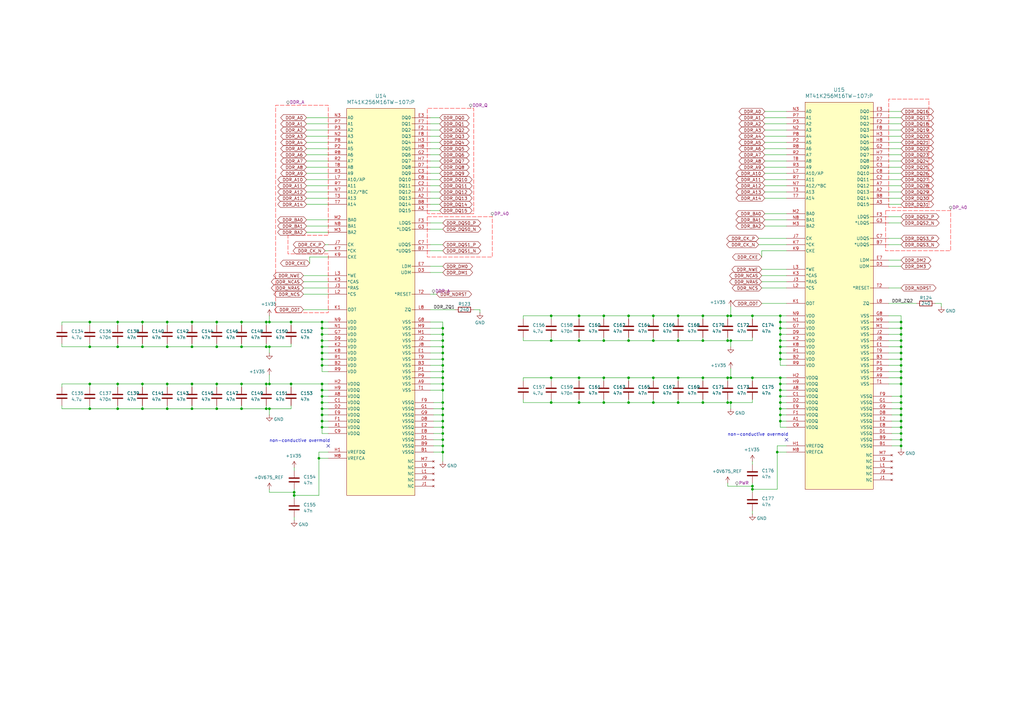
<source format=kicad_sch>
(kicad_sch (version 20250114) (generator "eeschema") (generator_version "9.0")
  (paper "A3")
  (title_block (title "DDR3 MODULES") (date "2025-10-06") (rev "A") (company "GHM"))
  (lib_symbols
    (symbol "Device:C" (pin_numbers (hide yes)) (pin_names (offset 0.254))
      (property "Reference" "C" (at 0.635 2.54 0))
      (property "Value" "C" (at 0.635 -2.54 0))
      (symbol "C_1_1"
        (pin passive line (at 0 3.81 270) (length 2.794) (name "~") (number "1"))
        (pin passive line (at 0 -3.81 90) (length 2.794) (name "~") (number "2"))
      )
    )
    (symbol "Device:R" (pin_numbers (hide yes)) (pin_names (offset 0))
      (property "Reference" "R" (at 2.032 0 90))
      (property "Value" "R" (at 0 0 90))
      (symbol "R_1_1"
        (pin passive line (at 0 3.81 270) (length 1.27) (name "~") (number "1"))
        (pin passive line (at 0 -3.81 90) (length 1.27) (name "~") (number "2"))
      )
    )
    (symbol "MT41K256M16TW-107_P_1" (pin_names (offset 0.254))
      (property "Reference" "U" (at 25.4 10.16 0))
      (property "Value" "MT41K256M16TW-107:P" (at 25.4 7.62 0))
      (symbol "MT41K256M16TW-107_P_1_0_1"
        (pin input line (at 0 0 0) (length 7.62) (name "A0") (number "N3"))
        (pin input line (at 0 -2.54 0) (length 7.62) (name "A1") (number "P7"))
        (pin input line (at 0 -5.08 0) (length 7.62) (name "A2") (number "P3"))
        (pin input line (at 0 -7.62 0) (length 7.62) (name "A3") (number "N2"))
        (pin input line (at 0 -10.16 0) (length 7.62) (name "A4") (number "P8"))
        (pin input line (at 0 -12.7 0) (length 7.62) (name "A5") (number "P2"))
        (pin input line (at 0 -15.24 0) (length 7.62) (name "A6") (number "R8"))
        (pin input line (at 0 -17.78 0) (length 7.62) (name "A7") (number "R2"))
        (pin input line (at 0 -20.32 0) (length 7.62) (name "A8") (number "T8"))
        (pin input line (at 0 -22.86 0) (length 7.62) (name "A9") (number "R3"))
        (pin input line (at 0 -25.4 0) (length 7.62) (name "A10/AP") (number "L7"))
        (pin input line (at 0 -27.94 0) (length 7.62) (name "A11") (number "R7"))
        (pin input line (at 0 -30.48 0) (length 7.62) (name "A12/*BC") (number "N7"))
        (pin input line (at 0 -33.02 0) (length 7.62) (name "A13") (number "T3"))
        (pin input line (at 0 -35.56 0) (length 7.62) (name "A14") (number "T7"))
        (pin input line (at 0 -41.91 0) (length 7.62) (name "BA0") (number "M2"))
        (pin input line (at 0 -44.45 0) (length 7.62) (name "BA1") (number "N8"))
        (pin input line (at 0 -46.99 0) (length 7.62) (name "BA2") (number "M3"))
        (pin input line (at 0 -52.07 0) (length 7.62) (name "CK") (number "J7"))
        (pin input line (at 0 -54.61 0) (length 7.62) (name "*CK") (number "K7"))
        (pin input line (at 0 -57.15 0) (length 7.62) (name "CKE") (number "K9"))
        (pin input line (at 0 -64.77 0) (length 7.62) (name "*WE") (number "L3"))
        (pin input line (at 0 -67.31 0) (length 7.62) (name "*CAS") (number "K3"))
        (pin input line (at 0 -69.85 0) (length 7.62) (name "*RAS") (number "J3"))
        (pin input line (at 0 -72.39 0) (length 7.62) (name "*CS") (number "L2"))
        (pin input line (at 0 -78.74 0) (length 7.62) (name "ODT") (number "K1"))
        (pin power_in line (at 0 -83.82 0) (length 7.62) (name "VDD") (number "N9"))
        (pin power_in line (at 0 -86.36 0) (length 7.62) (name "VDD") (number "N1"))
        (pin power_in line (at 0 -88.9 0) (length 7.62) (name "VDD") (number "G7"))
        (pin power_in line (at 0 -91.44 0) (length 7.62) (name "VDD") (number "D9"))
        (pin power_in line (at 0 -93.98 0) (length 7.62) (name "VDD") (number "K2"))
        (pin power_in line (at 0 -96.52 0) (length 7.62) (name "VDD") (number "K8"))
        (pin power_in line (at 0 -99.06 0) (length 7.62) (name "VDD") (number "R1"))
        (pin power_in line (at 0 -101.6 0) (length 7.62) (name "VDD") (number "B2"))
        (pin power_in line (at 0 -104.14 0) (length 7.62) (name "VDD") (number "R9"))
        (pin power_in line (at 0 -109.22 0) (length 7.62) (name "VDDQ") (number "H2"))
        (pin power_in line (at 0 -111.76 0) (length 7.62) (name "VDDQ") (number "H9"))
        (pin power_in line (at 0 -114.3 0) (length 7.62) (name "VDDQ") (number "A8"))
        (pin power_in line (at 0 -116.84 0) (length 7.62) (name "VDDQ") (number "C1"))
        (pin power_in line (at 0 -119.38 0) (length 7.62) (name "VDDQ") (number "D2"))
        (pin power_in line (at 0 -121.92 0) (length 7.62) (name "VDDQ") (number "E9"))
        (pin power_in line (at 0 -124.46 0) (length 7.62) (name "VDDQ") (number "F1"))
        (pin power_in line (at 0 -127 0) (length 7.62) (name "VDDQ") (number "A1"))
        (pin power_in line (at 0 -129.54 0) (length 7.62) (name "VDDQ") (number "C9"))
        (pin power_in line (at 0 -137.16 0) (length 7.62) (name "VREFDQ") (number "H1"))
        (pin power_in line (at 0 -139.7 0) (length 7.62) (name "VREFCA") (number "M8"))
        (pin bidirectional line (at 41.91 0 180) (length 7.62) (name "DQ0") (number "E3"))
        (pin bidirectional line (at 41.91 -2.54 180) (length 7.62) (name "DQ1") (number "F7"))
        (pin bidirectional line (at 41.91 -5.08 180) (length 7.62) (name "DQ2") (number "F2"))
        (pin bidirectional line (at 41.91 -7.62 180) (length 7.62) (name "DQ3") (number "F8"))
        (pin bidirectional line (at 41.91 -10.16 180) (length 7.62) (name "DQ4") (number "H3"))
        (pin bidirectional line (at 41.91 -12.7 180) (length 7.62) (name "DQ5") (number "H8"))
        (pin bidirectional line (at 41.91 -15.24 180) (length 7.62) (name "DQ6") (number "G2"))
        (pin bidirectional line (at 41.91 -17.78 180) (length 7.62) (name "DQ7") (number "H7"))
        (pin bidirectional line (at 41.91 -20.32 180) (length 7.62) (name "DQ8") (number "D7"))
        (pin bidirectional line (at 41.91 -22.86 180) (length 7.62) (name "DQ9") (number "C3"))
        (pin bidirectional line (at 41.91 -25.4 180) (length 7.62) (name "DQ10") (number "C8"))
        (pin bidirectional line (at 41.91 -27.94 180) (length 7.62) (name "DQ11") (number "C2"))
        (pin bidirectional line (at 41.91 -30.48 180) (length 7.62) (name "DQ12") (number "A7"))
        (pin bidirectional line (at 41.91 -33.02 180) (length 7.62) (name "DQ13") (number "A2"))
        (pin bidirectional line (at 41.91 -35.56 180) (length 7.62) (name "DQ14") (number "B8"))
        (pin bidirectional line (at 41.91 -38.1 180) (length 7.62) (name "DQ15") (number "A3"))
        (pin bidirectional line (at 41.91 -43.18 180) (length 7.62) (name "LDQS") (number "F3"))
        (pin bidirectional line (at 41.91 -45.72 180) (length 7.62) (name "*LDQS") (number "G3"))
        (pin bidirectional line (at 41.91 -52.07 180) (length 7.62) (name "UDQS") (number "C7"))
        (pin bidirectional line (at 41.91 -54.61 180) (length 7.62) (name "*UDQS") (number "B7"))
        (pin input line (at 41.91 -60.96 180) (length 7.62) (name "LDM") (number "E7"))
        (pin input line (at 41.91 -63.5 180) (length 7.62) (name "UDM") (number "D3"))
        (pin input line (at 41.91 -72.39 180) (length 7.62) (name "*RESET") (number "T2"))
        (pin unspecified line (at 41.91 -78.74 180) (length 7.62) (name "ZQ") (number "L8"))
        (pin power_in line (at 41.91 -83.82 180) (length 7.62) (name "VSS") (number "G8"))
        (pin power_in line (at 41.91 -86.36 180) (length 7.62) (name "VSS") (number "M9"))
        (pin power_in line (at 41.91 -88.9 180) (length 7.62) (name "VSS") (number "M1"))
        (pin power_in line (at 41.91 -91.44 180) (length 7.62) (name "VSS") (number "J2"))
        (pin power_in line (at 41.91 -93.98 180) (length 7.62) (name "VSS") (number "J8"))
        (pin power_in line (at 41.91 -96.52 180) (length 7.62) (name "VSS") (number "E1"))
        (pin power_in line (at 41.91 -99.06 180) (length 7.62) (name "VSS") (number "T9"))
        (pin power_in line (at 41.91 -101.6 180) (length 7.62) (name "VSS") (number "B3"))
        (pin power_in line (at 41.91 -104.14 180) (length 7.62) (name "VSS") (number "P1"))
        (pin power_in line (at 41.91 -106.68 180) (length 7.62) (name "VSS") (number "P9"))
        (pin power_in line (at 41.91 -109.22 180) (length 7.62) (name "VSS") (number "A9"))
        (pin power_in line (at 41.91 -111.76 180) (length 7.62) (name "VSS") (number "T1"))
        (pin power_in line (at 43.18 -116.84 180) (length 7.62) (name "VSSQ") (number "F9"))
        (pin power_in line (at 43.18 -119.38 180) (length 7.62) (name "VSSQ") (number "G1"))
        (pin power_in line (at 43.18 -121.92 180) (length 7.62) (name "VSSQ") (number "G9"))
        (pin power_in line (at 43.18 -124.46 180) (length 7.62) (name "VSSQ") (number "D8"))
        (pin power_in line (at 43.18 -127 180) (length 7.62) (name "VSSQ") (number "E2"))
        (pin power_in line (at 43.18 -129.54 180) (length 7.62) (name "VSSQ") (number "E8"))
        (pin power_in line (at 43.18 -132.08 180) (length 7.62) (name "VSSQ") (number "D1"))
        (pin power_in line (at 43.18 -134.62 180) (length 7.62) (name "VSSQ") (number "B9"))
        (pin power_in line (at 43.18 -137.16 180) (length 7.62) (name "VSSQ") (number "B1"))
        (pin no_connect line (at 43.18 -140.97 180) (length 7.62) (name "NC") (number "M7"))
        (pin no_connect line (at 43.18 -143.51 180) (length 7.62) (name "NC") (number "L9"))
        (pin no_connect line (at 43.18 -146.05 180) (length 7.62) (name "NC") (number "L1"))
        (pin no_connect line (at 43.18 -148.59 180) (length 7.62) (name "NC") (number "J9"))
        (pin no_connect line (at 43.18 -151.13 180) (length 7.62) (name "NC") (number "J1"))
      )
    )
    (symbol "power:GND" (power) (pin_numbers (hide yes)) (pin_names (offset 0) (hide yes))
      (property "Value" "GND" (at 0 -3.81 0))
      (symbol "GND_1_1"
        (pin power_in line (at 0 0 270) (length 0) (name "~") (number "1"))
      )
    )
    (symbol "power:VCC" (power) (pin_numbers (hide yes)) (pin_names (offset 0) (hide yes))
      (property "Value" "VCC" (at 0 3.556 0))
      (symbol "VCC_1_1"
        (pin power_in line (at 0 0 90) (length 0) (name "~") (number "1"))
      )
    )
    (symbol "symbols:MT41K256M16TW-107_P" (pin_names (offset 0.254))
      (property "Reference" "U" (at 25.4 10.16 0))
      (property "Value" "MT41K256M16TW-107:P" (at 25.4 7.62 0))
      (symbol "MT41K256M16TW-107_P_0_1"
        (pin input line (at 0 0 0) (length 7.62) (name "A0") (number "N3"))
        (pin input line (at 0 -2.54 0) (length 7.62) (name "A1") (number "P7"))
        (pin input line (at 0 -5.08 0) (length 7.62) (name "A2") (number "P3"))
        (pin input line (at 0 -7.62 0) (length 7.62) (name "A3") (number "N2"))
        (pin input line (at 0 -10.16 0) (length 7.62) (name "A4") (number "P8"))
        (pin input line (at 0 -12.7 0) (length 7.62) (name "A5") (number "P2"))
        (pin input line (at 0 -15.24 0) (length 7.62) (name "A6") (number "R8"))
        (pin input line (at 0 -17.78 0) (length 7.62) (name "A7") (number "R2"))
        (pin input line (at 0 -20.32 0) (length 7.62) (name "A8") (number "T8"))
        (pin input line (at 0 -22.86 0) (length 7.62) (name "A9") (number "R3"))
        (pin input line (at 0 -25.4 0) (length 7.62) (name "A10/AP") (number "L7"))
        (pin input line (at 0 -27.94 0) (length 7.62) (name "A11") (number "R7"))
        (pin input line (at 0 -30.48 0) (length 7.62) (name "A12/*BC") (number "N7"))
        (pin input line (at 0 -33.02 0) (length 7.62) (name "A13") (number "T3"))
        (pin input line (at 0 -35.56 0) (length 7.62) (name "A14") (number "T7"))
        (pin input line (at 0 -41.91 0) (length 7.62) (name "BA0") (number "M2"))
        (pin input line (at 0 -44.45 0) (length 7.62) (name "BA1") (number "N8"))
        (pin input line (at 0 -46.99 0) (length 7.62) (name "BA2") (number "M3"))
        (pin input line (at 0 -52.07 0) (length 7.62) (name "CK") (number "J7"))
        (pin input line (at 0 -54.61 0) (length 7.62) (name "*CK") (number "K7"))
        (pin input line (at 0 -57.15 0) (length 7.62) (name "CKE") (number "K9"))
        (pin input line (at 0 -64.77 0) (length 7.62) (name "*WE") (number "L3"))
        (pin input line (at 0 -67.31 0) (length 7.62) (name "*CAS") (number "K3"))
        (pin input line (at 0 -69.85 0) (length 7.62) (name "*RAS") (number "J3"))
        (pin input line (at 0 -72.39 0) (length 7.62) (name "*CS") (number "L2"))
        (pin input line (at 0 -78.74 0) (length 7.62) (name "ODT") (number "K1"))
        (pin power_in line (at 0 -83.82 0) (length 7.62) (name "VDD") (number "N9"))
        (pin power_in line (at 0 -86.36 0) (length 7.62) (name "VDD") (number "N1"))
        (pin power_in line (at 0 -88.9 0) (length 7.62) (name "VDD") (number "G7"))
        (pin power_in line (at 0 -91.44 0) (length 7.62) (name "VDD") (number "D9"))
        (pin power_in line (at 0 -93.98 0) (length 7.62) (name "VDD") (number "K2"))
        (pin power_in line (at 0 -96.52 0) (length 7.62) (name "VDD") (number "K8"))
        (pin power_in line (at 0 -99.06 0) (length 7.62) (name "VDD") (number "R1"))
        (pin power_in line (at 0 -101.6 0) (length 7.62) (name "VDD") (number "B2"))
        (pin power_in line (at 0 -104.14 0) (length 7.62) (name "VDD") (number "R9"))
        (pin power_in line (at 0 -109.22 0) (length 7.62) (name "VDDQ") (number "H2"))
        (pin power_in line (at 0 -111.76 0) (length 7.62) (name "VDDQ") (number "H9"))
        (pin power_in line (at 0 -114.3 0) (length 7.62) (name "VDDQ") (number "A8"))
        (pin power_in line (at 0 -116.84 0) (length 7.62) (name "VDDQ") (number "C1"))
        (pin power_in line (at 0 -119.38 0) (length 7.62) (name "VDDQ") (number "D2"))
        (pin power_in line (at 0 -121.92 0) (length 7.62) (name "VDDQ") (number "E9"))
        (pin power_in line (at 0 -124.46 0) (length 7.62) (name "VDDQ") (number "F1"))
        (pin power_in line (at 0 -127 0) (length 7.62) (name "VDDQ") (number "A1"))
        (pin power_in line (at 0 -129.54 0) (length 7.62) (name "VDDQ") (number "C9"))
        (pin power_in line (at 0 -137.16 0) (length 7.62) (name "VREFDQ") (number "H1"))
        (pin power_in line (at 0 -139.7 0) (length 7.62) (name "VREFCA") (number "M8"))
        (pin bidirectional line (at 41.91 0 180) (length 7.62) (name "DQ0") (number "E3"))
        (pin bidirectional line (at 41.91 -2.54 180) (length 7.62) (name "DQ1") (number "F7"))
        (pin bidirectional line (at 41.91 -5.08 180) (length 7.62) (name "DQ2") (number "F2"))
        (pin bidirectional line (at 41.91 -7.62 180) (length 7.62) (name "DQ3") (number "F8"))
        (pin bidirectional line (at 41.91 -10.16 180) (length 7.62) (name "DQ4") (number "H3"))
        (pin bidirectional line (at 41.91 -12.7 180) (length 7.62) (name "DQ5") (number "H8"))
        (pin bidirectional line (at 41.91 -15.24 180) (length 7.62) (name "DQ6") (number "G2"))
        (pin bidirectional line (at 41.91 -17.78 180) (length 7.62) (name "DQ7") (number "H7"))
        (pin bidirectional line (at 41.91 -20.32 180) (length 7.62) (name "DQ8") (number "D7"))
        (pin bidirectional line (at 41.91 -22.86 180) (length 7.62) (name "DQ9") (number "C3"))
        (pin bidirectional line (at 41.91 -25.4 180) (length 7.62) (name "DQ10") (number "C8"))
        (pin bidirectional line (at 41.91 -27.94 180) (length 7.62) (name "DQ11") (number "C2"))
        (pin bidirectional line (at 41.91 -30.48 180) (length 7.62) (name "DQ12") (number "A7"))
        (pin bidirectional line (at 41.91 -33.02 180) (length 7.62) (name "DQ13") (number "A2"))
        (pin bidirectional line (at 41.91 -35.56 180) (length 7.62) (name "DQ14") (number "B8"))
        (pin bidirectional line (at 41.91 -38.1 180) (length 7.62) (name "DQ15") (number "A3"))
        (pin bidirectional line (at 41.91 -43.18 180) (length 7.62) (name "LDQS") (number "F3"))
        (pin bidirectional line (at 41.91 -45.72 180) (length 7.62) (name "*LDQS") (number "G3"))
        (pin bidirectional line (at 41.91 -52.07 180) (length 7.62) (name "UDQS") (number "C7"))
        (pin bidirectional line (at 41.91 -54.61 180) (length 7.62) (name "*UDQS") (number "B7"))
        (pin input line (at 41.91 -60.96 180) (length 7.62) (name "LDM") (number "E7"))
        (pin input line (at 41.91 -63.5 180) (length 7.62) (name "UDM") (number "D3"))
        (pin input line (at 41.91 -72.39 180) (length 7.62) (name "*RESET") (number "T2"))
        (pin unspecified line (at 41.91 -78.74 180) (length 7.62) (name "ZQ") (number "L8"))
        (pin power_in line (at 41.91 -83.82 180) (length 7.62) (name "VSS") (number "G8"))
        (pin power_in line (at 41.91 -86.36 180) (length 7.62) (name "VSS") (number "M9"))
        (pin power_in line (at 41.91 -88.9 180) (length 7.62) (name "VSS") (number "M1"))
        (pin power_in line (at 41.91 -91.44 180) (length 7.62) (name "VSS") (number "J2"))
        (pin power_in line (at 41.91 -93.98 180) (length 7.62) (name "VSS") (number "J8"))
        (pin power_in line (at 41.91 -96.52 180) (length 7.62) (name "VSS") (number "E1"))
        (pin power_in line (at 41.91 -99.06 180) (length 7.62) (name "VSS") (number "T9"))
        (pin power_in line (at 41.91 -101.6 180) (length 7.62) (name "VSS") (number "B3"))
        (pin power_in line (at 41.91 -104.14 180) (length 7.62) (name "VSS") (number "P1"))
        (pin power_in line (at 41.91 -106.68 180) (length 7.62) (name "VSS") (number "P9"))
        (pin power_in line (at 41.91 -109.22 180) (length 7.62) (name "VSS") (number "A9"))
        (pin power_in line (at 41.91 -111.76 180) (length 7.62) (name "VSS") (number "T1"))
        (pin power_in line (at 43.18 -116.84 180) (length 7.62) (name "VSSQ") (number "F9"))
        (pin power_in line (at 43.18 -119.38 180) (length 7.62) (name "VSSQ") (number "G1"))
        (pin power_in line (at 43.18 -121.92 180) (length 7.62) (name "VSSQ") (number "G9"))
        (pin power_in line (at 43.18 -124.46 180) (length 7.62) (name "VSSQ") (number "D8"))
        (pin power_in line (at 43.18 -127 180) (length 7.62) (name "VSSQ") (number "E2"))
        (pin power_in line (at 43.18 -129.54 180) (length 7.62) (name "VSSQ") (number "E8"))
        (pin power_in line (at 43.18 -132.08 180) (length 7.62) (name "VSSQ") (number "D1"))
        (pin power_in line (at 43.18 -134.62 180) (length 7.62) (name "VSSQ") (number "B9"))
        (pin power_in line (at 43.18 -137.16 180) (length 7.62) (name "VSSQ") (number "B1"))
        (pin no_connect line (at 43.18 -140.97 180) (length 7.62) (name "NC") (number "M7"))
        (pin no_connect line (at 43.18 -143.51 180) (length 7.62) (name "NC") (number "L9"))
        (pin no_connect line (at 43.18 -146.05 180) (length 7.62) (name "NC") (number "L1"))
        (pin no_connect line (at 43.18 -148.59 180) (length 7.62) (name "NC") (number "J9"))
        (pin no_connect line (at 43.18 -151.13 180) (length 7.62) (name "NC") (number "J1"))
      )
    )
  )
  (text "non-conductive overmold\n" (at 122.936 180.848 0) (effects (font (size 1.27 1.27))))
  (text "non-conductive overmold\n" (at 310.896 178.308 0) (effects (font (size 1.27 1.27))))
  (junction (at 78.74 167.64))
  (junction (at 88.9 142.24))
  (junction (at 288.29 129.54))
  (junction (at 237.49 139.7))
  (junction (at 181.61 185.42))
  (junction (at 320.04 139.7))
  (junction (at 288.29 165.1))
  (junction (at 120.65 201.93))
  (junction (at 181.61 170.18))
  (junction (at 369.57 142.24))
  (junction (at 320.04 172.72))
  (junction (at 36.83 132.08))
  (junction (at 247.65 129.54))
  (junction (at 298.45 165.1))
  (junction (at 369.57 137.16))
  (junction (at 99.06 157.48))
  (junction (at 181.61 172.72))
  (junction (at 369.57 167.64))
  (junction (at 320.04 165.1))
  (junction (at 288.29 139.7))
  (junction (at 278.13 139.7))
  (junction (at 267.97 165.1))
  (junction (at 369.57 144.78))
  (junction (at 257.81 139.7))
  (junction (at 132.08 134.62))
  (junction (at 68.58 167.64))
  (junction (at 181.61 165.1))
  (junction (at 132.08 162.56))
  (junction (at 109.22 157.48))
  (junction (at 181.61 167.64))
  (junction (at 278.13 154.94))
  (junction (at 119.38 132.08))
  (junction (at 132.08 157.48))
  (junction (at 132.08 144.78))
  (junction (at 369.57 162.56))
  (junction (at 120.65 203.2))
  (junction (at 369.57 147.32))
  (junction (at 88.9 167.64))
  (junction (at 320.04 129.54))
  (junction (at 299.72 129.54))
  (junction (at 181.61 182.88))
  (junction (at 320.04 134.62))
  (junction (at 181.61 139.7))
  (junction (at 369.57 180.34))
  (junction (at 68.58 132.08))
  (junction (at 36.83 157.48))
  (junction (at 267.97 139.7))
  (junction (at 132.08 175.26))
  (junction (at 110.49 142.24))
  (junction (at 318.77 185.42))
  (junction (at 320.04 147.32))
  (junction (at 247.65 154.94))
  (junction (at 308.61 199.39))
  (junction (at 320.04 154.94))
  (junction (at 226.06 165.1))
  (junction (at 320.04 137.16))
  (junction (at 78.74 157.48))
  (junction (at 308.61 200.66))
  (junction (at 132.08 170.18))
  (junction (at 320.04 157.48))
  (junction (at 247.65 139.7))
  (junction (at 369.57 154.94))
  (junction (at 132.08 165.1))
  (junction (at 369.57 182.88))
  (junction (at 298.45 129.54))
  (junction (at 48.26 157.48))
  (junction (at 298.45 139.7))
  (junction (at 299.72 165.1))
  (junction (at 132.08 142.24))
  (junction (at 288.29 154.94))
  (junction (at 181.61 157.48))
  (junction (at 48.26 142.24))
  (junction (at 68.58 157.48))
  (junction (at 299.72 139.7))
  (junction (at 257.81 154.94))
  (junction (at 110.49 167.64))
  (junction (at 369.57 132.08))
  (junction (at 369.57 165.1))
  (junction (at 257.81 129.54))
  (junction (at 308.61 154.94))
  (junction (at 369.57 172.72))
  (junction (at 58.42 132.08))
  (junction (at 181.61 177.8))
  (junction (at 109.22 167.64))
  (junction (at 99.06 132.08))
  (junction (at 226.06 154.94))
  (junction (at 369.57 134.62))
  (junction (at 88.9 157.48))
  (junction (at 132.08 137.16))
  (junction (at 132.08 172.72))
  (junction (at 132.08 132.08))
  (junction (at 181.61 137.16))
  (junction (at 132.08 160.02))
  (junction (at 58.42 167.64))
  (junction (at 181.61 152.4))
  (junction (at 48.26 167.64))
  (junction (at 369.57 170.18))
  (junction (at 267.97 129.54))
  (junction (at 369.57 157.48))
  (junction (at 320.04 167.64))
  (junction (at 68.58 142.24))
  (junction (at 278.13 129.54))
  (junction (at 110.49 132.08))
  (junction (at 369.57 177.8))
  (junction (at 369.57 175.26))
  (junction (at 58.42 142.24))
  (junction (at 181.61 180.34))
  (junction (at 36.83 167.64))
  (junction (at 181.61 149.86))
  (junction (at 369.57 139.7))
  (junction (at 237.49 154.94))
  (junction (at 119.38 157.48))
  (junction (at 78.74 132.08))
  (junction (at 99.06 142.24))
  (junction (at 132.08 139.7))
  (junction (at 320.04 144.78))
  (junction (at 181.61 160.02))
  (junction (at 181.61 147.32))
  (junction (at 132.08 149.86))
  (junction (at 181.61 144.78))
  (junction (at 36.83 142.24))
  (junction (at 132.08 147.32))
  (junction (at 247.65 165.1))
  (junction (at 58.42 157.48))
  (junction (at 132.08 167.64))
  (junction (at 369.57 149.86))
  (junction (at 308.61 129.54))
  (junction (at 99.06 167.64))
  (junction (at 267.97 154.94))
  (junction (at 226.06 139.7))
  (junction (at 320.04 142.24))
  (junction (at 320.04 162.56))
  (junction (at 130.81 187.96))
  (junction (at 181.61 134.62))
  (junction (at 298.45 154.94))
  (junction (at 320.04 132.08))
  (junction (at 181.61 154.94))
  (junction (at 237.49 129.54))
  (junction (at 78.74 142.24))
  (junction (at 299.72 154.94))
  (junction (at 320.04 170.18))
  (junction (at 48.26 132.08))
  (junction (at 181.61 175.26))
  (junction (at 237.49 165.1))
  (junction (at 181.61 142.24))
  (junction (at 369.57 152.4))
  (junction (at 226.06 129.54))
  (junction (at 320.04 160.02))
  (junction (at 110.49 157.48))
  (junction (at 109.22 132.08))
  (junction (at 278.13 165.1))
  (junction (at 257.81 165.1))
  (junction (at 109.22 142.24))
  (junction (at 88.9 132.08))
  (no_connect (at 134.62 182.88))
  (no_connect (at 322.58 180.34))
  (wire (pts (xy 125.73 78.74) (xy 134.62 78.74)))
  (wire (pts (xy 369.57 129.54) (xy 369.57 132.08)))
  (wire (pts (xy 124.46 118.11) (xy 134.62 118.11)))
  (wire (pts (xy 369.57 137.16) (xy 369.57 139.7)))
  (wire (pts (xy 288.29 139.7) (xy 298.45 139.7)))
  (wire (pts (xy 369.57 142.24) (xy 369.57 144.78)))
  (wire (pts (xy 125.73 58.42) (xy 134.62 58.42)))
  (wire (pts (xy 257.81 154.94) (xy 267.97 154.94)))
  (wire (pts (xy 313.69 76.2) (xy 322.58 76.2)))
  (wire (pts (xy 365.76 170.18) (xy 369.57 170.18)))
  (wire (pts (xy 119.38 132.08) (xy 132.08 132.08)))
  (wire (pts (xy 68.58 142.24) (xy 78.74 142.24)))
  (wire (pts (xy 288.29 154.94) (xy 288.29 156.21)))
  (wire (pts (xy 125.73 63.5) (xy 134.62 63.5)))
  (wire (pts (xy 257.81 165.1) (xy 267.97 165.1)))
  (wire (pts (xy 99.06 132.08) (xy 109.22 132.08)))
  (wire (pts (xy 68.58 157.48) (xy 68.58 158.75)))
  (wire (pts (xy 364.49 91.44) (xy 369.57 91.44)))
  (wire (pts (xy 99.06 142.24) (xy 99.06 140.97)))
  (wire (pts (xy 364.49 144.78) (xy 369.57 144.78)))
  (wire (pts (xy 177.8 185.42) (xy 181.61 185.42)))
  (wire (pts (xy 176.53 73.66) (xy 180.34 73.66)))
  (wire (pts (xy 124.46 115.57) (xy 134.62 115.57)))
  (wire (pts (xy 369.57 134.62) (xy 369.57 137.16)))
  (wire (pts (xy 298.45 154.94) (xy 298.45 156.21)))
  (wire (pts (xy 364.49 118.11) (xy 369.57 118.11)))
  (wire (pts (xy 322.58 182.88) (xy 318.77 182.88)))
  (wire (pts (xy 176.53 93.98) (xy 181.61 93.98)))
  (wire (pts (xy 369.57 139.7) (xy 369.57 142.24)))
  (wire (pts (xy 257.81 154.94) (xy 257.81 156.21)))
  (wire (pts (xy 364.49 60.96) (xy 369.57 60.96)))
  (wire (pts (xy 176.53 60.96) (xy 180.34 60.96)))
  (wire (pts (xy 214.63 154.94) (xy 226.06 154.94)))
  (wire (pts (xy 267.97 129.54) (xy 278.13 129.54)))
  (wire (pts (xy 320.04 132.08) (xy 322.58 132.08)))
  (wire (pts (xy 364.49 63.5) (xy 369.57 63.5)))
  (wire (pts (xy 109.22 132.08) (xy 110.49 132.08)))
  (wire (pts (xy 78.74 132.08) (xy 78.74 133.35)))
  (wire (pts (xy 369.57 170.18) (xy 369.57 172.72)))
  (wire (pts (xy 132.08 139.7) (xy 132.08 137.16)))
  (wire (pts (xy 320.04 142.24) (xy 320.04 139.7)))
  (wire (pts (xy 320.04 170.18) (xy 322.58 170.18)))
  (wire (pts (xy 58.42 132.08) (xy 68.58 132.08)))
  (wire (pts (xy 99.06 132.08) (xy 99.06 133.35)))
  (wire (pts (xy 132.08 144.78) (xy 134.62 144.78)))
  (wire (pts (xy 267.97 129.54) (xy 267.97 130.81)))
  (wire (pts (xy 134.62 185.42) (xy 130.81 185.42)))
  (wire (pts (xy 181.61 137.16) (xy 181.61 139.7)))
  (wire (pts (xy 257.81 165.1) (xy 257.81 163.83)))
  (wire (pts (xy 226.06 129.54) (xy 226.06 130.81)))
  (wire (pts (xy 247.65 154.94) (xy 257.81 154.94)))
  (wire (pts (xy 364.49 154.94) (xy 369.57 154.94)))
  (wire (pts (xy 288.29 129.54) (xy 298.45 129.54)))
  (wire (pts (xy 320.04 157.48) (xy 320.04 154.94)))
  (wire (pts (xy 36.83 132.08) (xy 48.26 132.08)))
  (wire (pts (xy 365.76 167.64) (xy 369.57 167.64)))
  (wire (pts (xy 320.04 165.1) (xy 320.04 162.56)))
  (wire (pts (xy 25.4 167.64) (xy 36.83 167.64)))
  (wire (pts (xy 124.46 120.65) (xy 134.62 120.65)))
  (wire (pts (xy 125.73 90.17) (xy 134.62 90.17)))
  (wire (pts (xy 313.69 92.71) (xy 322.58 92.71)))
  (wire (pts (xy 176.53 152.4) (xy 181.61 152.4)))
  (wire (pts (xy 68.58 142.24) (xy 68.58 140.97)))
  (wire (pts (xy 176.53 53.34) (xy 180.34 53.34)))
  (wire (pts (xy 247.65 129.54) (xy 247.65 130.81)))
  (wire (pts (xy 132.08 134.62) (xy 134.62 134.62)))
  (wire (pts (xy 58.42 132.08) (xy 58.42 133.35)))
  (wire (pts (xy 365.76 182.88) (xy 369.57 182.88)))
  (wire (pts (xy 176.53 81.28) (xy 180.34 81.28)))
  (wire (pts (xy 125.73 81.28) (xy 134.62 81.28)))
  (wire (pts (xy 130.81 187.96) (xy 134.62 187.96)))
  (wire (pts (xy 58.42 157.48) (xy 58.42 158.75)))
  (wire (pts (xy 313.69 45.72) (xy 322.58 45.72)))
  (wire (pts (xy 99.06 167.64) (xy 99.06 166.37)))
  (wire (pts (xy 132.08 149.86) (xy 134.62 149.86)))
  (wire (pts (xy 110.49 132.08) (xy 119.38 132.08)))
  (wire (pts (xy 88.9 167.64) (xy 99.06 167.64)))
  (wire (pts (xy 132.08 167.64) (xy 134.62 167.64)))
  (wire (pts (xy 132.08 170.18) (xy 132.08 167.64)))
  (wire (pts (xy 110.49 167.64) (xy 110.49 170.18)))
  (wire (pts (xy 226.06 139.7) (xy 237.49 139.7)))
  (wire (pts (xy 119.38 157.48) (xy 132.08 157.48)))
  (wire (pts (xy 132.08 165.1) (xy 134.62 165.1)))
  (wire (pts (xy 130.81 187.96) (xy 130.81 203.2)))
  (wire (pts (xy 288.29 154.94) (xy 298.45 154.94)))
  (wire (pts (xy 365.76 162.56) (xy 369.57 162.56)))
  (wire (pts (xy 120.65 203.2) (xy 120.65 204.47)))
  (wire (pts (xy 176.53 154.94) (xy 181.61 154.94)))
  (wire (pts (xy 257.81 139.7) (xy 267.97 139.7)))
  (wire (pts (xy 120.65 212.09) (xy 120.65 213.36)))
  (wire (pts (xy 125.73 92.71) (xy 134.62 92.71)))
  (wire (pts (xy 298.45 165.1) (xy 299.72 165.1)))
  (wire (pts (xy 99.06 167.64) (xy 109.22 167.64)))
  (wire (pts (xy 364.49 97.79) (xy 369.57 97.79)))
  (wire (pts (xy 364.49 132.08) (xy 369.57 132.08)))
  (wire (pts (xy 364.49 78.74) (xy 369.57 78.74)))
  (wire (pts (xy 132.08 147.32) (xy 134.62 147.32)))
  (wire (pts (xy 320.04 172.72) (xy 320.04 170.18)))
  (wire (pts (xy 132.08 147.32) (xy 132.08 144.78)))
  (wire (pts (xy 132.08 160.02) (xy 132.08 157.48)))
  (wire (pts (xy 181.61 134.62) (xy 181.61 137.16)))
  (wire (pts (xy 364.49 81.28) (xy 369.57 81.28)))
  (wire (pts (xy 176.53 111.76) (xy 181.61 111.76)))
  (wire (pts (xy 313.69 66.04) (xy 322.58 66.04)))
  (wire (pts (xy 247.65 154.94) (xy 247.65 156.21)))
  (wire (pts (xy 119.38 157.48) (xy 119.38 158.75)))
  (wire (pts (xy 322.58 175.26) (xy 320.04 175.26)))
  (wire (pts (xy 176.53 134.62) (xy 181.61 134.62)))
  (wire (pts (xy 88.9 157.48) (xy 88.9 158.75)))
  (wire (pts (xy 267.97 165.1) (xy 267.97 163.83)))
  (wire (pts (xy 322.58 149.86) (xy 320.04 149.86)))
  (wire (pts (xy 110.49 201.93) (xy 120.65 201.93)))
  (wire (pts (xy 132.08 175.26) (xy 132.08 172.72)))
  (wire (pts (xy 237.49 139.7) (xy 247.65 139.7)))
  (wire (pts (xy 365.76 177.8) (xy 369.57 177.8)))
  (wire (pts (xy 25.4 142.24) (xy 36.83 142.24)))
  (wire (pts (xy 181.61 172.72) (xy 181.61 175.26)))
  (wire (pts (xy 278.13 129.54) (xy 288.29 129.54)))
  (wire (pts (xy 125.73 66.04) (xy 134.62 66.04)))
  (wire (pts (xy 181.61 177.8) (xy 181.61 180.34)))
  (wire (pts (xy 125.73 95.25) (xy 134.62 95.25)))
  (wire (pts (xy 308.61 165.1) (xy 308.61 163.83)))
  (wire (pts (xy 132.08 157.48) (xy 134.62 157.48)))
  (wire (pts (xy 313.69 81.28) (xy 322.58 81.28)))
  (wire (pts (xy 313.69 58.42) (xy 322.58 58.42)))
  (wire (pts (xy 78.74 142.24) (xy 88.9 142.24)))
  (wire (pts (xy 110.49 200.66) (xy 110.49 201.93)))
  (wire (pts (xy 312.42 113.03) (xy 322.58 113.03)))
  (wire (pts (xy 25.4 132.08) (xy 36.83 132.08)))
  (wire (pts (xy 214.63 129.54) (xy 226.06 129.54)))
  (wire (pts (xy 308.61 198.12) (xy 308.61 199.39)))
  (wire (pts (xy 364.49 50.8) (xy 369.57 50.8)))
  (wire (pts (xy 176.53 144.78) (xy 181.61 144.78)))
  (wire (pts (xy 181.61 139.7) (xy 181.61 142.24)))
  (wire (pts (xy 134.62 152.4) (xy 132.08 152.4)))
  (wire (pts (xy 88.9 132.08) (xy 88.9 133.35)))
  (wire (pts (xy 177.8 180.34) (xy 181.61 180.34)))
  (wire (pts (xy 48.26 167.64) (xy 58.42 167.64)))
  (wire (pts (xy 214.63 139.7) (xy 226.06 139.7)))
  (wire (pts (xy 134.62 177.8) (xy 132.08 177.8)))
  (wire (pts (xy 78.74 167.64) (xy 78.74 166.37)))
  (wire (pts (xy 313.69 63.5) (xy 322.58 63.5)))
  (wire (pts (xy 36.83 167.64) (xy 48.26 167.64)))
  (wire (pts (xy 312.42 110.49) (xy 322.58 110.49)))
  (wire (pts (xy 109.22 142.24) (xy 109.22 140.97)))
  (wire (pts (xy 176.53 132.08) (xy 181.61 132.08)))
  (wire (pts (xy 364.49 134.62) (xy 369.57 134.62)))
  (wire (pts (xy 109.22 167.64) (xy 110.49 167.64)))
  (wire (pts (xy 181.61 142.24) (xy 181.61 144.78)))
  (wire (pts (xy 68.58 157.48) (xy 78.74 157.48)))
  (wire (pts (xy 48.26 132.08) (xy 48.26 133.35)))
  (wire (pts (xy 214.63 165.1) (xy 214.63 163.83)))
  (wire (pts (xy 364.49 129.54) (xy 369.57 129.54)))
  (wire (pts (xy 308.61 154.94) (xy 308.61 156.21)))
  (wire (pts (xy 320.04 139.7) (xy 320.04 137.16)))
  (wire (pts (xy 176.53 86.36) (xy 180.34 86.36)))
  (wire (pts (xy 369.57 180.34) (xy 369.57 182.88)))
  (wire (pts (xy 109.22 157.48) (xy 109.22 158.75)))
  (wire (pts (xy 88.9 142.24) (xy 99.06 142.24)))
  (wire (pts (xy 177.8 182.88) (xy 181.61 182.88)))
  (wire (pts (xy 214.63 165.1) (xy 226.06 165.1)))
  (wire (pts (xy 299.72 165.1) (xy 308.61 165.1)))
  (wire (pts (xy 125.73 83.82) (xy 134.62 83.82)))
  (wire (pts (xy 299.72 129.54) (xy 308.61 129.54)))
  (wire (pts (xy 312.42 102.87) (xy 322.58 102.87)))
  (wire (pts (xy 364.49 88.9) (xy 369.57 88.9)))
  (wire (pts (xy 312.42 124.46) (xy 322.58 124.46)))
  (wire (pts (xy 308.61 129.54) (xy 320.04 129.54)))
  (wire (pts (xy 132.08 177.8) (xy 132.08 175.26)))
  (wire (pts (xy 237.49 165.1) (xy 247.65 165.1)))
  (wire (pts (xy 226.06 154.94) (xy 237.49 154.94)))
  (wire (pts (xy 132.08 142.24) (xy 132.08 139.7)))
  (wire (pts (xy 320.04 162.56) (xy 322.58 162.56)))
  (wire (pts (xy 320.04 139.7) (xy 322.58 139.7)))
  (wire (pts (xy 247.65 139.7) (xy 257.81 139.7)))
  (wire (pts (xy 364.49 100.33) (xy 369.57 100.33)))
  (wire (pts (xy 132.08 162.56) (xy 132.08 160.02)))
  (wire (pts (xy 176.53 50.8) (xy 180.34 50.8)))
  (wire (pts (xy 181.61 147.32) (xy 181.61 149.86)))
  (wire (pts (xy 48.26 167.64) (xy 48.26 166.37)))
  (wire (pts (xy 88.9 167.64) (xy 88.9 166.37)))
  (wire (pts (xy 125.73 60.96) (xy 134.62 60.96)))
  (wire (pts (xy 120.65 200.66) (xy 120.65 201.93)))
  (wire (pts (xy 369.57 132.08) (xy 369.57 134.62)))
  (wire (pts (xy 196.85 128.27) (xy 196.85 127)))
  (wire (pts (xy 176.53 127) (xy 186.69 127)))
  (wire (pts (xy 308.61 209.55) (xy 308.61 210.82)))
  (wire (pts (xy 78.74 157.48) (xy 88.9 157.48)))
  (wire (pts (xy 181.61 144.78) (xy 181.61 147.32)))
  (wire (pts (xy 58.42 142.24) (xy 58.42 140.97)))
  (wire (pts (xy 320.04 170.18) (xy 320.04 167.64)))
  (wire (pts (xy 36.83 157.48) (xy 48.26 157.48)))
  (wire (pts (xy 313.69 48.26) (xy 322.58 48.26)))
  (wire (pts (xy 369.57 182.88) (xy 369.57 184.15)))
  (wire (pts (xy 369.57 154.94) (xy 369.57 157.48)))
  (wire (pts (xy 181.61 154.94) (xy 181.61 157.48)))
  (wire (pts (xy 181.61 149.86) (xy 181.61 152.4)))
  (wire (pts (xy 320.04 144.78) (xy 320.04 142.24)))
  (wire (pts (xy 247.65 139.7) (xy 247.65 138.43)))
  (wire (pts (xy 132.08 137.16) (xy 134.62 137.16)))
  (wire (pts (xy 226.06 165.1) (xy 226.06 163.83)))
  (wire (pts (xy 176.53 137.16) (xy 181.61 137.16)))
  (wire (pts (xy 364.49 147.32) (xy 369.57 147.32)))
  (wire (pts (xy 36.83 132.08) (xy 36.83 133.35)))
  (wire (pts (xy 110.49 129.54) (xy 110.49 132.08)))
  (wire (pts (xy 58.42 157.48) (xy 68.58 157.48)))
  (wire (pts (xy 25.4 157.48) (xy 25.4 158.75)))
  (wire (pts (xy 312.42 105.41) (xy 312.42 102.87)))
  (wire (pts (xy 364.49 48.26) (xy 369.57 48.26)))
  (wire (pts (xy 132.08 137.16) (xy 132.08 134.62)))
  (wire (pts (xy 267.97 165.1) (xy 278.13 165.1)))
  (wire (pts (xy 181.61 180.34) (xy 181.61 182.88)))
  (wire (pts (xy 320.04 147.32) (xy 322.58 147.32)))
  (wire (pts (xy 132.08 175.26) (xy 134.62 175.26)))
  (wire (pts (xy 125.73 76.2) (xy 134.62 76.2)))
  (wire (pts (xy 237.49 165.1) (xy 237.49 163.83)))
  (wire (pts (xy 298.45 139.7) (xy 299.72 139.7)))
  (wire (pts (xy 369.57 152.4) (xy 369.57 154.94)))
  (wire (pts (xy 181.61 152.4) (xy 181.61 154.94)))
  (wire (pts (xy 288.29 165.1) (xy 298.45 165.1)))
  (wire (pts (xy 58.42 167.64) (xy 68.58 167.64)))
  (wire (pts (xy 68.58 167.64) (xy 68.58 166.37)))
  (wire (pts (xy 298.45 129.54) (xy 299.72 129.54)))
  (wire (pts (xy 132.08 172.72) (xy 134.62 172.72)))
  (wire (pts (xy 308.61 200.66) (xy 318.77 200.66)))
  (wire (pts (xy 176.53 78.74) (xy 180.34 78.74)))
  (wire (pts (xy 119.38 142.24) (xy 119.38 140.97)))
  (wire (pts (xy 364.49 149.86) (xy 369.57 149.86)))
  (wire (pts (xy 110.49 142.24) (xy 119.38 142.24)))
  (wire (pts (xy 364.49 45.72) (xy 369.57 45.72)))
  (wire (pts (xy 132.08 172.72) (xy 132.08 170.18)))
  (wire (pts (xy 125.73 55.88) (xy 134.62 55.88)))
  (wire (pts (xy 318.77 185.42) (xy 318.77 200.66)))
  (wire (pts (xy 320.04 154.94) (xy 322.58 154.94)))
  (wire (pts (xy 299.72 139.7) (xy 299.72 142.24)))
  (wire (pts (xy 176.53 120.65) (xy 179.07 120.65)))
  (wire (pts (xy 318.77 185.42) (xy 322.58 185.42)))
  (wire (pts (xy 132.08 152.4) (xy 132.08 149.86)))
  (wire (pts (xy 176.53 76.2) (xy 180.34 76.2)))
  (wire (pts (xy 181.61 160.02) (xy 181.61 165.1)))
  (wire (pts (xy 267.97 139.7) (xy 278.13 139.7)))
  (wire (pts (xy 320.04 149.86) (xy 320.04 147.32)))
  (wire (pts (xy 109.22 132.08) (xy 109.22 133.35)))
  (wire (pts (xy 127 105.41) (xy 134.62 105.41)))
  (wire (pts (xy 288.29 165.1) (xy 288.29 163.83)))
  (wire (pts (xy 133.35 102.87) (xy 134.62 102.87)))
  (wire (pts (xy 369.57 172.72) (xy 369.57 175.26)))
  (wire (pts (xy 320.04 167.64) (xy 322.58 167.64)))
  (wire (pts (xy 58.42 167.64) (xy 58.42 166.37)))
  (wire (pts (xy 132.08 165.1) (xy 132.08 162.56)))
  (wire (pts (xy 369.57 144.78) (xy 369.57 147.32)))
  (wire (pts (xy 119.38 167.64) (xy 119.38 166.37)))
  (wire (pts (xy 132.08 149.86) (xy 132.08 147.32)))
  (wire (pts (xy 181.61 157.48) (xy 181.61 160.02)))
  (wire (pts (xy 365.76 175.26) (xy 369.57 175.26)))
  (wire (pts (xy 181.61 182.88) (xy 181.61 185.42)))
  (wire (pts (xy 364.49 53.34) (xy 369.57 53.34)))
  (wire (pts (xy 36.83 142.24) (xy 48.26 142.24)))
  (wire (pts (xy 257.81 129.54) (xy 267.97 129.54)))
  (wire (pts (xy 278.13 139.7) (xy 288.29 139.7)))
  (wire (pts (xy 110.49 142.24) (xy 110.49 144.78)))
  (wire (pts (xy 125.73 71.12) (xy 134.62 71.12)))
  (wire (pts (xy 88.9 157.48) (xy 99.06 157.48)))
  (wire (pts (xy 176.53 71.12) (xy 180.34 71.12)))
  (wire (pts (xy 125.73 73.66) (xy 134.62 73.66)))
  (wire (pts (xy 364.49 55.88) (xy 369.57 55.88)))
  (wire (pts (xy 369.57 175.26) (xy 369.57 177.8)))
  (wire (pts (xy 132.08 170.18) (xy 134.62 170.18)))
  (wire (pts (xy 313.69 50.8) (xy 322.58 50.8)))
  (wire (pts (xy 298.45 154.94) (xy 299.72 154.94)))
  (wire (pts (xy 313.69 87.63) (xy 322.58 87.63)))
  (wire (pts (xy 278.13 165.1) (xy 278.13 163.83)))
  (wire (pts (xy 78.74 132.08) (xy 88.9 132.08)))
  (wire (pts (xy 48.26 142.24) (xy 58.42 142.24)))
  (wire (pts (xy 386.08 125.73) (xy 386.08 124.46)))
  (wire (pts (xy 364.49 83.82) (xy 369.57 83.82)))
  (wire (pts (xy 369.57 147.32) (xy 369.57 149.86)))
  (wire (pts (xy 369.57 157.48) (xy 369.57 162.56)))
  (wire (pts (xy 176.53 63.5) (xy 180.34 63.5)))
  (wire (pts (xy 48.26 132.08) (xy 58.42 132.08)))
  (wire (pts (xy 320.04 172.72) (xy 322.58 172.72)))
  (wire (pts (xy 124.46 113.03) (xy 134.62 113.03)))
  (wire (pts (xy 365.76 180.34) (xy 369.57 180.34)))
  (wire (pts (xy 125.73 48.26) (xy 134.62 48.26)))
  (wire (pts (xy 99.06 142.24) (xy 109.22 142.24)))
  (wire (pts (xy 278.13 154.94) (xy 278.13 156.21)))
  (wire (pts (xy 125.73 68.58) (xy 134.62 68.58)))
  (wire (pts (xy 214.63 154.94) (xy 214.63 156.21)))
  (wire (pts (xy 313.69 73.66) (xy 322.58 73.66)))
  (wire (pts (xy 124.46 127) (xy 134.62 127)))
  (wire (pts (xy 237.49 129.54) (xy 237.49 130.81)))
  (wire (pts (xy 99.06 157.48) (xy 109.22 157.48)))
  (wire (pts (xy 364.49 109.22) (xy 369.57 109.22)))
  (wire (pts (xy 120.65 203.2) (xy 130.81 203.2)))
  (wire (pts (xy 313.69 53.34) (xy 322.58 53.34)))
  (wire (pts (xy 176.53 149.86) (xy 181.61 149.86)))
  (wire (pts (xy 364.49 73.66) (xy 369.57 73.66)))
  (wire (pts (xy 320.04 134.62) (xy 320.04 132.08)))
  (wire (pts (xy 364.49 106.68) (xy 369.57 106.68)))
  (wire (pts (xy 25.4 142.24) (xy 25.4 140.97)))
  (wire (pts (xy 299.72 139.7) (xy 308.61 139.7)))
  (wire (pts (xy 177.8 177.8) (xy 181.61 177.8)))
  (wire (pts (xy 109.22 142.24) (xy 110.49 142.24)))
  (wire (pts (xy 237.49 154.94) (xy 237.49 156.21)))
  (wire (pts (xy 176.53 157.48) (xy 181.61 157.48)))
  (wire (pts (xy 58.42 142.24) (xy 68.58 142.24)))
  (wire (pts (xy 48.26 157.48) (xy 58.42 157.48)))
  (wire (pts (xy 257.81 129.54) (xy 257.81 130.81)))
  (wire (pts (xy 36.83 167.64) (xy 36.83 166.37)))
  (wire (pts (xy 364.49 58.42) (xy 369.57 58.42)))
  (wire (pts (xy 299.72 165.1) (xy 299.72 167.64)))
  (wire (pts (xy 365.76 172.72) (xy 369.57 172.72)))
  (wire (pts (xy 176.53 66.04) (xy 180.34 66.04)))
  (wire (pts (xy 313.69 68.58) (xy 322.58 68.58)))
  (wire (pts (xy 237.49 139.7) (xy 237.49 138.43)))
  (wire (pts (xy 320.04 137.16) (xy 320.04 134.62)))
  (wire (pts (xy 176.53 100.33) (xy 181.61 100.33)))
  (wire (pts (xy 364.49 157.48) (xy 369.57 157.48)))
  (wire (pts (xy 176.53 160.02) (xy 181.61 160.02)))
  (wire (pts (xy 130.81 185.42) (xy 130.81 187.96)))
  (wire (pts (xy 110.49 157.48) (xy 119.38 157.48)))
  (wire (pts (xy 364.49 137.16) (xy 369.57 137.16)))
  (wire (pts (xy 369.57 177.8) (xy 369.57 180.34)))
  (wire (pts (xy 181.61 170.18) (xy 181.61 172.72)))
  (wire (pts (xy 312.42 115.57) (xy 322.58 115.57)))
  (wire (pts (xy 369.57 165.1) (xy 369.57 167.64)))
  (wire (pts (xy 311.15 97.79) (xy 322.58 97.79)))
  (wire (pts (xy 68.58 132.08) (xy 78.74 132.08)))
  (wire (pts (xy 176.53 139.7) (xy 181.61 139.7)))
  (wire (pts (xy 176.53 83.82) (xy 180.34 83.82)))
  (wire (pts (xy 369.57 167.64) (xy 369.57 170.18)))
  (wire (pts (xy 320.04 175.26) (xy 320.04 172.72)))
  (wire (pts (xy 177.8 167.64) (xy 181.61 167.64)))
  (wire (pts (xy 308.61 139.7) (xy 308.61 138.43)))
  (wire (pts (xy 176.53 147.32) (xy 181.61 147.32)))
  (wire (pts (xy 320.04 157.48) (xy 322.58 157.48)))
  (wire (pts (xy 176.53 142.24) (xy 181.61 142.24)))
  (wire (pts (xy 133.35 100.33) (xy 134.62 100.33)))
  (wire (pts (xy 299.72 154.94) (xy 308.61 154.94)))
  (wire (pts (xy 127 107.95) (xy 127 105.41)))
  (wire (pts (xy 364.49 68.58) (xy 369.57 68.58)))
  (wire (pts (xy 176.53 102.87) (xy 181.61 102.87)))
  (wire (pts (xy 88.9 142.24) (xy 88.9 140.97)))
  (wire (pts (xy 267.97 154.94) (xy 267.97 156.21)))
  (wire (pts (xy 78.74 167.64) (xy 88.9 167.64)))
  (wire (pts (xy 226.06 139.7) (xy 226.06 138.43)))
  (wire (pts (xy 196.85 127) (xy 194.31 127)))
  (wire (pts (xy 313.69 78.74) (xy 322.58 78.74)))
  (wire (pts (xy 278.13 139.7) (xy 278.13 138.43)))
  (wire (pts (xy 132.08 167.64) (xy 132.08 165.1)))
  (wire (pts (xy 247.65 165.1) (xy 257.81 165.1)))
  (wire (pts (xy 313.69 60.96) (xy 322.58 60.96)))
  (wire (pts (xy 320.04 165.1) (xy 322.58 165.1)))
  (wire (pts (xy 320.04 129.54) (xy 322.58 129.54)))
  (wire (pts (xy 364.49 124.46) (xy 375.92 124.46)))
  (wire (pts (xy 298.45 165.1) (xy 298.45 163.83)))
  (wire (pts (xy 48.26 157.48) (xy 48.26 158.75)))
  (wire (pts (xy 318.77 182.88) (xy 318.77 185.42)))
  (wire (pts (xy 299.72 151.13) (xy 299.72 154.94)))
  (wire (pts (xy 177.8 172.72) (xy 181.61 172.72)))
  (wire (pts (xy 177.8 170.18) (xy 181.61 170.18)))
  (wire (pts (xy 298.45 198.12) (xy 298.45 199.39)))
  (wire (pts (xy 237.49 129.54) (xy 247.65 129.54)))
  (wire (pts (xy 364.49 71.12) (xy 369.57 71.12)))
  (wire (pts (xy 68.58 167.64) (xy 78.74 167.64)))
  (wire (pts (xy 298.45 139.7) (xy 298.45 138.43)))
  (wire (pts (xy 257.81 139.7) (xy 257.81 138.43)))
  (wire (pts (xy 109.22 157.48) (xy 110.49 157.48)))
  (wire (pts (xy 132.08 144.78) (xy 132.08 142.24)))
  (wire (pts (xy 364.49 152.4) (xy 369.57 152.4)))
  (wire (pts (xy 311.15 100.33) (xy 322.58 100.33)))
  (wire (pts (xy 320.04 144.78) (xy 322.58 144.78)))
  (wire (pts (xy 125.73 50.8) (xy 134.62 50.8)))
  (wire (pts (xy 226.06 154.94) (xy 226.06 156.21)))
  (wire (pts (xy 278.13 165.1) (xy 288.29 165.1)))
  (wire (pts (xy 364.49 142.24) (xy 369.57 142.24)))
  (wire (pts (xy 48.26 142.24) (xy 48.26 140.97)))
  (wire (pts (xy 68.58 132.08) (xy 68.58 133.35)))
  (wire (pts (xy 132.08 134.62) (xy 132.08 132.08)))
  (wire (pts (xy 298.45 129.54) (xy 298.45 130.81)))
  (wire (pts (xy 320.04 137.16) (xy 322.58 137.16)))
  (wire (pts (xy 308.61 154.94) (xy 320.04 154.94)))
  (wire (pts (xy 132.08 142.24) (xy 134.62 142.24)))
  (wire (pts (xy 237.49 154.94) (xy 247.65 154.94)))
  (wire (pts (xy 278.13 154.94) (xy 288.29 154.94)))
  (wire (pts (xy 320.04 132.08) (xy 320.04 129.54)))
  (wire (pts (xy 181.61 167.64) (xy 181.61 170.18)))
  (wire (pts (xy 181.61 175.26) (xy 181.61 177.8)))
  (wire (pts (xy 313.69 55.88) (xy 322.58 55.88)))
  (wire (pts (xy 132.08 132.08) (xy 134.62 132.08)))
  (wire (pts (xy 320.04 160.02) (xy 322.58 160.02)))
  (wire (pts (xy 320.04 167.64) (xy 320.04 165.1)))
  (wire (pts (xy 132.08 162.56) (xy 134.62 162.56)))
  (wire (pts (xy 176.53 91.44) (xy 181.61 91.44)))
  (wire (pts (xy 176.53 58.42) (xy 180.34 58.42)))
  (wire (pts (xy 267.97 139.7) (xy 267.97 138.43)))
  (wire (pts (xy 78.74 142.24) (xy 78.74 140.97)))
  (wire (pts (xy 278.13 129.54) (xy 278.13 130.81)))
  (wire (pts (xy 320.04 160.02) (xy 320.04 157.48)))
  (wire (pts (xy 132.08 160.02) (xy 134.62 160.02)))
  (wire (pts (xy 125.73 53.34) (xy 134.62 53.34)))
  (wire (pts (xy 226.06 129.54) (xy 237.49 129.54)))
  (wire (pts (xy 288.29 129.54) (xy 288.29 130.81)))
  (wire (pts (xy 308.61 200.66) (xy 308.61 201.93)))
  (wire (pts (xy 36.83 142.24) (xy 36.83 140.97)))
  (wire (pts (xy 214.63 139.7) (xy 214.63 138.43)))
  (wire (pts (xy 181.61 185.42) (xy 181.61 189.23)))
  (wire (pts (xy 176.53 48.26) (xy 180.34 48.26)))
  (wire (pts (xy 320.04 134.62) (xy 322.58 134.62)))
  (wire (pts (xy 313.69 71.12) (xy 322.58 71.12)))
  (wire (pts (xy 25.4 132.08) (xy 25.4 133.35)))
  (wire (pts (xy 119.38 132.08) (xy 119.38 133.35)))
  (wire (pts (xy 214.63 129.54) (xy 214.63 130.81)))
  (wire (pts (xy 226.06 165.1) (xy 237.49 165.1)))
  (wire (pts (xy 369.57 149.86) (xy 369.57 152.4)))
  (wire (pts (xy 25.4 167.64) (xy 25.4 166.37)))
  (wire (pts (xy 364.49 66.04) (xy 369.57 66.04)))
  (wire (pts (xy 320.04 162.56) (xy 320.04 160.02)))
  (wire (pts (xy 267.97 154.94) (xy 278.13 154.94)))
  (wire (pts (xy 120.65 191.77) (xy 120.65 193.04)))
  (wire (pts (xy 78.74 157.48) (xy 78.74 158.75)))
  (wire (pts (xy 288.29 139.7) (xy 288.29 138.43)))
  (wire (pts (xy 110.49 153.67) (xy 110.49 157.48)))
  (wire (pts (xy 386.08 124.46) (xy 383.54 124.46)))
  (wire (pts (xy 320.04 142.24) (xy 322.58 142.24)))
  (wire (pts (xy 181.61 165.1) (xy 181.61 167.64)))
  (wire (pts (xy 176.53 109.22) (xy 181.61 109.22)))
  (wire (pts (xy 177.8 165.1) (xy 181.61 165.1)))
  (wire (pts (xy 365.76 165.1) (xy 369.57 165.1)))
  (wire (pts (xy 299.72 125.73) (xy 299.72 129.54)))
  (wire (pts (xy 25.4 157.48) (xy 36.83 157.48)))
  (wire (pts (xy 181.61 132.08) (xy 181.61 134.62)))
  (wire (pts (xy 247.65 165.1) (xy 247.65 163.83)))
  (wire (pts (xy 176.53 55.88) (xy 180.34 55.88)))
  (wire (pts (xy 132.08 139.7) (xy 134.62 139.7)))
  (wire (pts (xy 176.53 68.58) (xy 180.34 68.58)))
  (wire (pts (xy 36.83 157.48) (xy 36.83 158.75)))
  (wire (pts (xy 88.9 132.08) (xy 99.06 132.08)))
  (wire (pts (xy 369.57 162.56) (xy 369.57 165.1)))
  (wire (pts (xy 110.49 167.64) (xy 119.38 167.64)))
  (wire (pts (xy 364.49 139.7) (xy 369.57 139.7)))
  (wire (pts (xy 364.49 76.2) (xy 369.57 76.2)))
  (wire (pts (xy 312.42 118.11) (xy 322.58 118.11)))
  (wire (pts (xy 308.61 199.39) (xy 308.61 200.66)))
  (wire (pts (xy 320.04 147.32) (xy 320.04 144.78)))
  (wire (pts (xy 313.69 90.17) (xy 322.58 90.17)))
  (wire (pts (xy 120.65 201.93) (xy 120.65 203.2)))
  (wire (pts (xy 308.61 129.54) (xy 308.61 130.81)))
  (wire (pts (xy 99.06 157.48) (xy 99.06 158.75)))
  (wire (pts (xy 247.65 129.54) (xy 257.81 129.54)))
  (wire (pts (xy 308.61 189.23) (xy 308.61 190.5)))
  (wire (pts (xy 298.45 199.39) (xy 308.61 199.39)))
  (wire (pts (xy 177.8 175.26) (xy 181.61 175.26)))
  (wire (pts (xy 109.22 167.64) (xy 109.22 166.37)))
  (label "DDR_ZQ1" (at 177.8 127 0))
  (label "DDR_ZQ2" (at 365.76 124.46 0))
  (global_label "DDR_DQ1" (shape bidirectional) (at 180.34 50.8 0) (property "Intersheetrefs" "${INTERSHEET_REFS}" (effects (hide yes))))
  (global_label "DDR_DM2" (shape bidirectional) (at 369.57 106.68 0) (property "Intersheetrefs" "${INTERSHEET_REFS}" (effects (hide yes))))
  (global_label "DDR_A0" (shape bidirectional) (at 313.69 45.72 180) (property "Intersheetrefs" "${INTERSHEET_REFS}" (effects (hide yes))))
  (global_label "DDR_DQ8" (shape bidirectional) (at 180.34 68.58 0) (property "Intersheetrefs" "${INTERSHEET_REFS}" (effects (hide yes))))
  (global_label "DDR_DQ30" (shape bidirectional) (at 369.57 81.28 0) (property "Intersheetrefs" "${INTERSHEET_REFS}" (effects (hide yes))))
  (global_label "DDR_BA2" (shape bidirectional) (at 125.73 95.25 180) (property "Intersheetrefs" "${INTERSHEET_REFS}" (effects (hide yes))))
  (global_label "DDR_NCS" (shape bidirectional) (at 312.42 118.11 180) (property "Intersheetrefs" "${INTERSHEET_REFS}" (effects (hide yes))))
  (global_label "DDR_DQS0_N" (shape bidirectional) (at 181.61 93.98 0) (property "Intersheetrefs" "${INTERSHEET_REFS}" (effects (hide yes))))
  (global_label "DDR_DQS3_P" (shape bidirectional) (at 369.57 97.79 0) (property "Intersheetrefs" "${INTERSHEET_REFS}" (effects (hide yes))))
  (global_label "DDR_A13" (shape bidirectional) (at 125.73 81.28 180) (property "Intersheetrefs" "${INTERSHEET_REFS}" (effects (hide yes))))
  (global_label "DDR_A1" (shape bidirectional) (at 125.73 50.8 180) (property "Intersheetrefs" "${INTERSHEET_REFS}" (effects (hide yes))))
  (global_label "DDR_A7" (shape bidirectional) (at 313.69 63.5 180) (property "Intersheetrefs" "${INTERSHEET_REFS}" (effects (hide yes))))
  (global_label "DDR_DQ26" (shape bidirectional) (at 369.57 71.12 0) (property "Intersheetrefs" "${INTERSHEET_REFS}" (effects (hide yes))))
  (global_label "DDR_A10" (shape bidirectional) (at 313.69 71.12 180) (property "Intersheetrefs" "${INTERSHEET_REFS}" (effects (hide yes))))
  (global_label "DDR_CKE" (shape bidirectional) (at 312.42 105.41 180) (property "Intersheetrefs" "${INTERSHEET_REFS}" (effects (hide yes))))
  (global_label "DDR_A0" (shape bidirectional) (at 125.73 48.26 180) (property "Intersheetrefs" "${INTERSHEET_REFS}" (effects (hide yes))))
  (global_label "DDR_A13" (shape bidirectional) (at 313.69 78.74 180) (property "Intersheetrefs" "${INTERSHEET_REFS}" (effects (hide yes))))
  (global_label "DDR_DQ27" (shape bidirectional) (at 369.57 73.66 0) (property "Intersheetrefs" "${INTERSHEET_REFS}" (effects (hide yes))))
  (global_label "DDR_A2" (shape bidirectional) (at 125.73 53.34 180) (property "Intersheetrefs" "${INTERSHEET_REFS}" (effects (hide yes))))
  (global_label "DDR_DQ24" (shape bidirectional) (at 369.57 66.04 0) (property "Intersheetrefs" "${INTERSHEET_REFS}" (effects (hide yes))))
  (global_label "DDR_DQ0" (shape bidirectional) (at 180.34 48.26 0) (property "Intersheetrefs" "${INTERSHEET_REFS}" (effects (hide yes))))
  (global_label "DDR_A11" (shape bidirectional) (at 125.73 76.2 180) (property "Intersheetrefs" "${INTERSHEET_REFS}" (effects (hide yes))))
  (global_label "DDR_A14" (shape bidirectional) (at 125.73 83.82 180) (property "Intersheetrefs" "${INTERSHEET_REFS}" (effects (hide yes))))
  (global_label "DDR_A9" (shape bidirectional) (at 313.69 68.58 180) (property "Intersheetrefs" "${INTERSHEET_REFS}" (effects (hide yes))))
  (global_label "DDR_A8" (shape bidirectional) (at 125.73 68.58 180) (property "Intersheetrefs" "${INTERSHEET_REFS}" (effects (hide yes))))
  (global_label "DDR_DQ10" (shape bidirectional) (at 180.34 73.66 0) (property "Intersheetrefs" "${INTERSHEET_REFS}" (effects (hide yes))))
  (global_label "DDR_BA1" (shape bidirectional) (at 125.73 92.71 180) (property "Intersheetrefs" "${INTERSHEET_REFS}" (effects (hide yes))))
  (global_label "DDR_DQ16" (shape bidirectional) (at 369.57 45.72 0) (property "Intersheetrefs" "${INTERSHEET_REFS}" (effects (hide yes))))
  (global_label "DDR_DQ31" (shape bidirectional) (at 369.57 83.82 0) (property "Intersheetrefs" "${INTERSHEET_REFS}" (effects (hide yes))))
  (global_label "DDR_NWE" (shape bidirectional) (at 124.46 113.03 180) (property "Intersheetrefs" "${INTERSHEET_REFS}" (effects (hide yes))))
  (global_label "DDR_DM0" (shape bidirectional) (at 181.61 109.22 0) (property "Intersheetrefs" "${INTERSHEET_REFS}" (effects (hide yes))))
  (global_label "DDR_DQ9" (shape bidirectional) (at 180.34 71.12 0) (property "Intersheetrefs" "${INTERSHEET_REFS}" (effects (hide yes))))
  (global_label "DDR_CKE" (shape bidirectional) (at 127 107.95 180) (property "Intersheetrefs" "${INTERSHEET_REFS}" (effects (hide yes))))
  (global_label "DDR_A6" (shape bidirectional) (at 125.73 63.5 180) (property "Intersheetrefs" "${INTERSHEET_REFS}" (effects (hide yes))))
  (global_label "DDR_BA1" (shape bidirectional) (at 313.69 90.17 180) (property "Intersheetrefs" "${INTERSHEET_REFS}" (effects (hide yes))))
  (global_label "DDR_NCAS" (shape bidirectional) (at 312.42 113.03 180) (property "Intersheetrefs" "${INTERSHEET_REFS}" (effects (hide yes))))
  (global_label "DDR_NDRST" (shape bidirectional) (at 179.07 120.65 0) (property "Intersheetrefs" "${INTERSHEET_REFS}" (effects (hide yes))))
  (global_label "DDR_DQ21" (shape bidirectional) (at 369.57 58.42 0) (property "Intersheetrefs" "${INTERSHEET_REFS}" (effects (hide yes))))
  (global_label "DDR_A14" (shape bidirectional) (at 313.69 81.28 180) (property "Intersheetrefs" "${INTERSHEET_REFS}" (effects (hide yes))))
  (global_label "DDR_ODT" (shape bidirectional) (at 312.42 124.46 180) (property "Intersheetrefs" "${INTERSHEET_REFS}" (effects (hide yes))))
  (global_label "DDR_NDRST" (shape bidirectional) (at 369.57 118.11 0) (property "Intersheetrefs" "${INTERSHEET_REFS}" (effects (hide yes))))
  (global_label "DDR_DQ20" (shape bidirectional) (at 369.57 55.88 0) (property "Intersheetrefs" "${INTERSHEET_REFS}" (effects (hide yes))))
  (global_label "DDR_A7" (shape bidirectional) (at 125.73 66.04 180) (property "Intersheetrefs" "${INTERSHEET_REFS}" (effects (hide yes))))
  (global_label "DDR_A12" (shape bidirectional) (at 125.73 78.74 180) (property "Intersheetrefs" "${INTERSHEET_REFS}" (effects (hide yes))))
  (global_label "DDR_NWE" (shape bidirectional) (at 312.42 110.49 180) (property "Intersheetrefs" "${INTERSHEET_REFS}" (effects (hide yes))))
  (global_label "DDR_NCAS" (shape bidirectional) (at 124.46 115.57 180) (property "Intersheetrefs" "${INTERSHEET_REFS}" (effects (hide yes))))
  (global_label "DDR_CK_N" (shape bidirectional) (at 311.15 100.33 180) (property "Intersheetrefs" "${INTERSHEET_REFS}" (effects (hide yes))))
  (global_label "DDR_NRAS" (shape bidirectional) (at 312.42 115.57 180) (property "Intersheetrefs" "${INTERSHEET_REFS}" (effects (hide yes))))
  (global_label "DDR_DQ22" (shape bidirectional) (at 369.57 60.96 0) (property "Intersheetrefs" "${INTERSHEET_REFS}" (effects (hide yes))))
  (global_label "DDR_DQ14" (shape bidirectional) (at 180.34 83.82 0) (property "Intersheetrefs" "${INTERSHEET_REFS}" (effects (hide yes))))
  (global_label "DDR_DM3" (shape bidirectional) (at 369.57 109.22 0) (property "Intersheetrefs" "${INTERSHEET_REFS}" (effects (hide yes))))
  (global_label "DDR_DQ19" (shape bidirectional) (at 369.57 53.34 0) (property "Intersheetrefs" "${INTERSHEET_REFS}" (effects (hide yes))))
  (global_label "DDR_DQ2" (shape bidirectional) (at 180.34 53.34 0) (property "Intersheetrefs" "${INTERSHEET_REFS}" (effects (hide yes))))
  (global_label "DDR_A5" (shape bidirectional) (at 125.73 60.96 180) (property "Intersheetrefs" "${INTERSHEET_REFS}" (effects (hide yes))))
  (global_label "DDR_DQ5" (shape bidirectional) (at 180.34 60.96 0) (property "Intersheetrefs" "${INTERSHEET_REFS}" (effects (hide yes))))
  (global_label "DDR_A5" (shape bidirectional) (at 313.69 58.42 180) (property "Intersheetrefs" "${INTERSHEET_REFS}" (effects (hide yes))))
  (global_label "DDR_DQ3" (shape bidirectional) (at 180.34 55.88 0) (property "Intersheetrefs" "${INTERSHEET_REFS}" (effects (hide yes))))
  (global_label "DDR_DQS3_N" (shape bidirectional) (at 369.57 100.33 0) (property "Intersheetrefs" "${INTERSHEET_REFS}" (effects (hide yes))))
  (global_label "DDR_A6" (shape bidirectional) (at 313.69 60.96 180) (property "Intersheetrefs" "${INTERSHEET_REFS}" (effects (hide yes))))
  (global_label "DDR_A1" (shape bidirectional) (at 313.69 48.26 180) (property "Intersheetrefs" "${INTERSHEET_REFS}" (effects (hide yes))))
  (global_label "DDR_NCS" (shape bidirectional) (at 124.46 120.65 180) (property "Intersheetrefs" "${INTERSHEET_REFS}" (effects (hide yes))))
  (global_label "DDR_A11" (shape bidirectional) (at 313.69 73.66 180) (property "Intersheetrefs" "${INTERSHEET_REFS}" (effects (hide yes))))
  (global_label "DDR_BA0" (shape bidirectional) (at 125.73 90.17 180) (property "Intersheetrefs" "${INTERSHEET_REFS}" (effects (hide yes))))
  (global_label "DDR_CK_P" (shape bidirectional) (at 311.15 97.79 180) (property "Intersheetrefs" "${INTERSHEET_REFS}" (effects (hide yes))))
  (global_label "DDR_A10" (shape bidirectional) (at 125.73 73.66 180) (property "Intersheetrefs" "${INTERSHEET_REFS}" (effects (hide yes))))
  (global_label "DDR_BA2" (shape bidirectional) (at 313.69 92.71 180) (property "Intersheetrefs" "${INTERSHEET_REFS}" (effects (hide yes))))
  (global_label "DDR_ODT" (shape bidirectional) (at 124.46 127 180) (property "Intersheetrefs" "${INTERSHEET_REFS}" (effects (hide yes))))
  (global_label "DDR_DQ25" (shape bidirectional) (at 369.57 68.58 0) (property "Intersheetrefs" "${INTERSHEET_REFS}" (effects (hide yes))))
  (global_label "DDR_DQS2_P" (shape bidirectional) (at 369.57 88.9 0) (property "Intersheetrefs" "${INTERSHEET_REFS}" (effects (hide yes))))
  (global_label "DDR_A3" (shape bidirectional) (at 313.69 53.34 180) (property "Intersheetrefs" "${INTERSHEET_REFS}" (effects (hide yes))))
  (global_label "DDR_DQ12" (shape bidirectional) (at 180.34 78.74 0) (property "Intersheetrefs" "${INTERSHEET_REFS}" (effects (hide yes))))
  (global_label "DDR_A12" (shape bidirectional) (at 313.69 76.2 180) (property "Intersheetrefs" "${INTERSHEET_REFS}" (effects (hide yes))))
  (global_label "DDR_DQ13" (shape bidirectional) (at 180.34 81.28 0) (property "Intersheetrefs" "${INTERSHEET_REFS}" (effects (hide yes))))
  (global_label "DDR_A2" (shape bidirectional) (at 313.69 50.8 180) (property "Intersheetrefs" "${INTERSHEET_REFS}" (effects (hide yes))))
  (global_label "DDR_DQ6" (shape bidirectional) (at 180.34 63.5 0) (property "Intersheetrefs" "${INTERSHEET_REFS}" (effects (hide yes))))
  (global_label "DDR_A3" (shape bidirectional) (at 125.73 55.88 180) (property "Intersheetrefs" "${INTERSHEET_REFS}" (effects (hide yes))))
  (global_label "DDR_DQS1_P" (shape bidirectional) (at 181.61 100.33 0) (property "Intersheetrefs" "${INTERSHEET_REFS}" (effects (hide yes))))
  (global_label "DDR_DQS1_N" (shape bidirectional) (at 181.61 102.87 0) (property "Intersheetrefs" "${INTERSHEET_REFS}" (effects (hide yes))))
  (global_label "DDR_DQ7" (shape bidirectional) (at 180.34 66.04 0) (property "Intersheetrefs" "${INTERSHEET_REFS}" (effects (hide yes))))
  (global_label "DDR_A9" (shape bidirectional) (at 125.73 71.12 180) (property "Intersheetrefs" "${INTERSHEET_REFS}" (effects (hide yes))))
  (global_label "DDR_DQ4" (shape bidirectional) (at 180.34 58.42 0) (property "Intersheetrefs" "${INTERSHEET_REFS}" (effects (hide yes))))
  (global_label "DDR_DM1" (shape bidirectional) (at 181.61 111.76 0) (property "Intersheetrefs" "${INTERSHEET_REFS}" (effects (hide yes))))
  (global_label "DDR_DQS2_N" (shape bidirectional) (at 369.57 91.44 0) (property "Intersheetrefs" "${INTERSHEET_REFS}" (effects (hide yes))))
  (global_label "DDR_DQ11" (shape bidirectional) (at 180.34 76.2 0) (property "Intersheetrefs" "${INTERSHEET_REFS}" (effects (hide yes))))
  (global_label "DDR_DQ29" (shape bidirectional) (at 369.57 78.74 0) (property "Intersheetrefs" "${INTERSHEET_REFS}" (effects (hide yes))))
  (global_label "DDR_DQ23" (shape bidirectional) (at 369.57 63.5 0) (property "Intersheetrefs" "${INTERSHEET_REFS}" (effects (hide yes))))
  (global_label "DDR_DQ17" (shape bidirectional) (at 369.57 48.26 0) (property "Intersheetrefs" "${INTERSHEET_REFS}" (effects (hide yes))))
  (global_label "DDR_CK_N" (shape bidirectional) (at 133.35 102.87 180) (property "Intersheetrefs" "${INTERSHEET_REFS}" (effects (hide yes))))
  (global_label "DDR_NRAS" (shape bidirectional) (at 124.46 118.11 180) (property "Intersheetrefs" "${INTERSHEET_REFS}" (effects (hide yes))))
  (global_label "DDR_A4" (shape bidirectional) (at 313.69 55.88 180) (property "Intersheetrefs" "${INTERSHEET_REFS}" (effects (hide yes))))
  (global_label "DDR_A4" (shape bidirectional) (at 125.73 58.42 180) (property "Intersheetrefs" "${INTERSHEET_REFS}" (effects (hide yes))))
  (global_label "DDR_A8" (shape bidirectional) (at 313.69 66.04 180) (property "Intersheetrefs" "${INTERSHEET_REFS}" (effects (hide yes))))
  (global_label "DDR_CK_P" (shape bidirectional) (at 133.35 100.33 180) (property "Intersheetrefs" "${INTERSHEET_REFS}" (effects (hide yes))))
  (global_label "DDR_DQ28" (shape bidirectional) (at 369.57 76.2 0) (property "Intersheetrefs" "${INTERSHEET_REFS}" (effects (hide yes))))
  (global_label "DDR_DQ15" (shape bidirectional) (at 180.34 86.36 0) (property "Intersheetrefs" "${INTERSHEET_REFS}" (effects (hide yes))))
  (global_label "DDR_DQ18" (shape bidirectional) (at 369.57 50.8 0) (property "Intersheetrefs" "${INTERSHEET_REFS}" (effects (hide yes))))
  (global_label "DDR_BA0" (shape bidirectional) (at 313.69 87.63 180) (property "Intersheetrefs" "${INTERSHEET_REFS}" (effects (hide yes))))
  (global_label "DDR_DQS0_P" (shape bidirectional) (at 181.61 91.44 0) (property "Intersheetrefs" "${INTERSHEET_REFS}" (effects (hide yes))))
  (rule_area (polyline (pts (xy 113.03 128.27) (xy 134.62 128.27) (xy 134.62 104.14) (xy 118.11 104.14) (xy 118.11 96.52) (xy 134.62 96.52) (xy 134.62 43.18) (xy 120.65 43.18) (xy 113.03 43.18)) (stroke (width 0) (type dash))))
  (rule_area (polyline (pts (xy 364.49 85.09) (xy 364.49 40.64) (xy 381 40.64) (xy 381 85.09)) (stroke (width 0) (type dash))))
  (rule_area (polyline (pts (xy 363.22 86.36) (xy 363.22 102.87) (xy 389.89 102.87) (xy 389.89 86.36)) (stroke (width 0) (type dash))))
  (rule_area (polyline (pts (xy 175.26 87.63) (xy 175.26 44.45) (xy 194.31 44.45) (xy 194.31 87.63)) (stroke (width 0) (type dash))))
  (rule_area (polyline (pts (xy 175.26 88.9) (xy 175.26 105.41) (xy 201.93 105.41) (xy 201.93 88.9)) (stroke (width 0) (type dash))))
  (netclass_flag "" (length 1.27) (shape round) (at 193.04 44.45 0) (property "Netclass" "DDR_Q" (at 193.7385 43.18 0) (effects (justify left))))
  (netclass_flag "" (length 1.27) (shape round) (at 177.8 120.65 0) (property "Netclass" "DDR_A" (at 178.4985 119.38 0) (effects (justify left))))
  (netclass_flag "" (length 1.27) (shape round) (at 302.26 199.39 0) (property "Netclass" "PWR" (at 302.9585 198.12 0) (effects (justify left))))
  (netclass_flag "" (length 1.27) (shape round) (at 201.93 88.9 0) (property "Netclass" "DP_40" (at 202.6285 87.63 0) (effects (justify left))))
  (netclass_flag "" (length 1.27) (shape round) (at 389.89 86.36 0) (property "Netclass" "DP_40" (at 390.5885 85.09 0) (effects (justify left))))
  (netclass_flag "" (length 1.27) (shape round) (at 118.11 43.18 0) (property "Netclass" "DDR_A" (at 118.8085 41.91 0) (effects (justify left))))
  (symbol (lib_id "Device:C") (at 247.65 134.62 0) (unit 1)
    (property "Reference" "C162" (at 251.46 133.3499 0) (effects (justify left)))
    (property "Value" "47n" (at 251.46 135.8899 0) (effects (justify left)))
    (property "Footprint" "Capacitor_SMD:C_0201_0603Metric" (effects (hide yes)))
    (property "Description" "Unpolarized capacitor" (effects (hide yes)))
  )
  (symbol (lib_id "Device:C") (at 237.49 160.02 0) (unit 1)
    (property "Reference" "C161" (at 241.3 158.7499 0) (effects (justify left)))
    (property "Value" "47n" (at 241.3 161.2899 0) (effects (justify left)))
    (property "Footprint" "Capacitor_SMD:C_0201_0603Metric" (effects (hide yes)))
    (property "Description" "Unpolarized capacitor" (effects (hide yes)))
  )
  (symbol (lib_id "power:VCC") (at 120.65 191.77 0) (unit 1)
    (property "Reference" "#PWR0170" (effects (hide yes)))
    (property "Value" "+1V35" (at 120.396 186.944 0))
    (property "Description" "Power symbol creates a global label with name \"VCC\"" (effects (hide yes)))
  )
  (symbol (lib_id "Device:C") (at 48.26 162.56 0) (unit 1)
    (property "Reference" "C139" (at 52.07 161.2899 0) (effects (justify left)))
    (property "Value" "47n" (at 52.07 163.8299 0) (effects (justify left)))
    (property "Footprint" "Capacitor_SMD:C_0201_0603Metric" (effects (hide yes)))
    (property "Description" "Unpolarized capacitor" (effects (hide yes)))
  )
  (symbol (lib_id "Device:C") (at 36.83 137.16 0) (unit 1)
    (property "Reference" "C136" (at 40.64 135.8899 0) (effects (justify left)))
    (property "Value" "470n" (at 40.64 138.4299 0) (effects (justify left)))
    (property "Footprint" "Capacitor_SMD:C_0201_0603Metric" (effects (hide yes)))
    (property "Description" "Unpolarized capacitor" (effects (hide yes)))
  )
  (symbol (lib_id "Device:C") (at 298.45 160.02 0) (unit 1)
    (property "Reference" "C173" (at 302.26 158.7499 0) (effects (justify left)))
    (property "Value" "47n" (at 302.26 161.2899 0) (effects (justify left)))
    (property "Footprint" "Capacitor_SMD:C_0201_0603Metric" (effects (hide yes)))
    (property "Description" "Unpolarized capacitor" (effects (hide yes)))
  )
  (symbol (lib_id "Device:C") (at 226.06 160.02 0) (unit 1)
    (property "Reference" "C159" (at 229.87 158.7499 0) (effects (justify left)))
    (property "Value" "470n" (at 229.87 161.2899 0) (effects (justify left)))
    (property "Footprint" "Capacitor_SMD:C_0201_0603Metric" (effects (hide yes)))
    (property "Description" "Unpolarized capacitor" (effects (hide yes)))
  )
  (symbol (lib_id "power:GND") (at 299.72 167.64 0) (unit 1)
    (property "Reference" "#PWR0178" (effects (hide yes)))
    (property "Value" "GND" (at 303.53 169.418 0))
    (property "Description" "Power symbol creates a global label with name \"GND\" , ground" (effects (hide yes)))
  )
  (symbol (lib_id "Device:C") (at 214.63 134.62 0) (unit 1)
    (property "Reference" "C156" (at 218.44 133.3499 0) (effects (justify left)))
    (property "Value" "4.7u" (at 218.44 135.8899 0) (effects (justify left)))
    (property "Footprint" "Capacitor_SMD:C_0201_0603Metric" (effects (hide yes)))
    (property "Description" "Unpolarized capacitor" (effects (hide yes)))
  )
  (symbol (lib_id "Device:C") (at 68.58 137.16 0) (unit 1)
    (property "Reference" "C142" (at 72.39 135.8899 0) (effects (justify left)))
    (property "Value" "47n" (at 72.39 138.4299 0) (effects (justify left)))
    (property "Footprint" "Capacitor_SMD:C_0201_0603Metric" (effects (hide yes)))
    (property "Description" "Unpolarized capacitor" (effects (hide yes)))
  )
  (symbol (lib_id "Device:C") (at 247.65 160.02 0) (unit 1)
    (property "Reference" "C163" (at 251.46 158.7499 0) (effects (justify left)))
    (property "Value" "47n" (at 251.46 161.2899 0) (effects (justify left)))
    (property "Footprint" "Capacitor_SMD:C_0201_0603Metric" (effects (hide yes)))
    (property "Description" "Unpolarized capacitor" (effects (hide yes)))
  )
  (symbol (lib_id "Device:C") (at 267.97 134.62 0) (unit 1)
    (property "Reference" "C166" (at 271.78 133.3499 0) (effects (justify left)))
    (property "Value" "47n" (at 271.78 135.8899 0) (effects (justify left)))
    (property "Footprint" "Capacitor_SMD:C_0201_0603Metric" (effects (hide yes)))
    (property "Description" "Unpolarized capacitor" (effects (hide yes)))
  )
  (symbol (lib_id "Device:C") (at 308.61 194.31 0) (unit 1)
    (property "Reference" "C176" (at 312.42 193.0399 0) (effects (justify left)))
    (property "Value" "47n" (at 312.42 195.5799 0) (effects (justify left)))
    (property "Footprint" "Capacitor_SMD:C_0201_0603Metric" (effects (hide yes)))
    (property "Description" "Unpolarized capacitor" (effects (hide yes)))
  )
  (symbol (lib_id "Device:C") (at 36.83 162.56 0) (unit 1)
    (property "Reference" "C137" (at 40.64 161.2899 0) (effects (justify left)))
    (property "Value" "470n" (at 40.64 163.8299 0) (effects (justify left)))
    (property "Footprint" "Capacitor_SMD:C_0201_0603Metric" (effects (hide yes)))
    (property "Description" "Unpolarized capacitor" (effects (hide yes)))
  )
  (symbol (lib_id "power:VCC") (at 308.61 189.23 0) (unit 1)
    (property "Reference" "#PWR0179" (effects (hide yes)))
    (property "Value" "+1V35" (at 308.356 184.404 0))
    (property "Description" "Power symbol creates a global label with name \"VCC\"" (effects (hide yes)))
  )
  (symbol (lib_name "MT41K256M16TW-107_P_1") (lib_id "symbols:MT41K256M16TW-107_P") (at 134.62 48.26 0) (unit 1)
    (property "Reference" "U14" (at 156.21 39.37 0) (effects (font (size 1.524 1.524))))
    (property "Value" "MT41K256M16TW-107:P" (at 156.21 41.91 0) (effects (font (size 1.524 1.524))))
    (property "Footprint" "FBGA96_8X14_MRN" (effects (hide yes)))
    (property "Datasheet" "MT41K256M16TW-107:P" (effects (hide yes)))
  )
  (symbol (lib_id "Device:R") (at 379.73 124.46 90) (unit 1)
    (property "Reference" "R124" (at 379.73 122.174 90))
    (property "Value" "240" (at 379.73 124.46 90))
    (property "Footprint" "Resistor_SMD:R_0402_1005Metric_Pad0.72x0.64mm_HandSolder" (effects (hide yes)))
    (property "Description" "Resistor" (effects (hide yes)))
  )
  (symbol (lib_id "Device:C") (at 308.61 134.62 0) (unit 1)
    (property "Reference" "C174" (at 312.42 133.3499 0) (effects (justify left)))
    (property "Value" "47n" (at 312.42 135.8899 0) (effects (justify left)))
    (property "Footprint" "Capacitor_SMD:C_0201_0603Metric" (effects (hide yes)))
    (property "Description" "Unpolarized capacitor" (effects (hide yes)))
  )
  (symbol (lib_id "Device:C") (at 99.06 137.16 0) (unit 1)
    (property "Reference" "C148" (at 102.87 135.8899 0) (effects (justify left)))
    (property "Value" "47n" (at 102.87 138.4299 0) (effects (justify left)))
    (property "Footprint" "Capacitor_SMD:C_0201_0603Metric" (effects (hide yes)))
    (property "Description" "Unpolarized capacitor" (effects (hide yes)))
  )
  (symbol (lib_id "Device:C") (at 119.38 162.56 0) (unit 1)
    (property "Reference" "C153" (at 123.19 161.2899 0) (effects (justify left)))
    (property "Value" "47n" (at 123.19 163.8299 0) (effects (justify left)))
    (property "Footprint" "Capacitor_SMD:C_0201_0603Metric" (effects (hide yes)))
    (property "Description" "Unpolarized capacitor" (effects (hide yes)))
  )
  (symbol (lib_id "power:VCC") (at 299.72 125.73 0) (unit 1)
    (property "Reference" "#PWR0175" (effects (hide yes)))
    (property "Value" "+1V35" (at 294.386 123.952 0))
    (property "Description" "Power symbol creates a global label with name \"VCC\"" (effects (hide yes)))
  )
  (symbol (lib_id "power:GND") (at 120.65 213.36 0) (unit 1)
    (property "Reference" "#PWR0171" (effects (hide yes)))
    (property "Value" "GND" (at 124.46 215.138 0))
    (property "Description" "Power symbol creates a global label with name \"GND\" , ground" (effects (hide yes)))
  )
  (symbol (lib_id "Device:C") (at 288.29 160.02 0) (unit 1)
    (property "Reference" "C171" (at 292.1 158.7499 0) (effects (justify left)))
    (property "Value" "47n" (at 292.1 161.2899 0) (effects (justify left)))
    (property "Footprint" "Capacitor_SMD:C_0201_0603Metric" (effects (hide yes)))
    (property "Description" "Unpolarized capacitor" (effects (hide yes)))
  )
  (symbol (lib_id "power:GND") (at 110.49 144.78 0) (unit 1)
    (property "Reference" "#PWR0166" (effects (hide yes)))
    (property "Value" "GND" (effects (hide yes)))
    (property "Description" "Power symbol creates a global label with name \"GND\" , ground" (effects (hide yes)))
  )
  (symbol (lib_id "Device:C") (at 99.06 162.56 0) (unit 1)
    (property "Reference" "C149" (at 102.87 161.2899 0) (effects (justify left)))
    (property "Value" "47n" (at 102.87 163.8299 0) (effects (justify left)))
    (property "Footprint" "Capacitor_SMD:C_0201_0603Metric" (effects (hide yes)))
    (property "Description" "Unpolarized capacitor" (effects (hide yes)))
  )
  (symbol (lib_id "Device:C") (at 88.9 137.16 0) (unit 1)
    (property "Reference" "C146" (at 92.71 135.8899 0) (effects (justify left)))
    (property "Value" "47n" (at 92.71 138.4299 0) (effects (justify left)))
    (property "Footprint" "Capacitor_SMD:C_0201_0603Metric" (effects (hide yes)))
    (property "Description" "Unpolarized capacitor" (effects (hide yes)))
  )
  (symbol (lib_id "Device:C") (at 214.63 160.02 0) (unit 1)
    (property "Reference" "C157" (at 218.44 158.7499 0) (effects (justify left)))
    (property "Value" "4.7u" (at 218.44 161.2899 0) (effects (justify left)))
    (property "Footprint" "Capacitor_SMD:C_0201_0603Metric" (effects (hide yes)))
    (property "Description" "Unpolarized capacitor" (effects (hide yes)))
  )
  (symbol (lib_id "Device:C") (at 78.74 137.16 0) (unit 1)
    (property "Reference" "C144" (at 82.55 135.8899 0) (effects (justify left)))
    (property "Value" "47n" (at 82.55 138.4299 0) (effects (justify left)))
    (property "Footprint" "Capacitor_SMD:C_0201_0603Metric" (effects (hide yes)))
    (property "Description" "Unpolarized capacitor" (effects (hide yes)))
  )
  (symbol (lib_id "Device:C") (at 308.61 205.74 0) (unit 1)
    (property "Reference" "C177" (at 312.42 204.4699 0) (effects (justify left)))
    (property "Value" "47n" (at 312.42 207.0099 0) (effects (justify left)))
    (property "Footprint" "Capacitor_SMD:C_0201_0603Metric" (effects (hide yes)))
    (property "Description" "Unpolarized capacitor" (effects (hide yes)))
  )
  (symbol (lib_id "Device:C") (at 58.42 137.16 0) (unit 1)
    (property "Reference" "C140" (at 62.23 135.8899 0) (effects (justify left)))
    (property "Value" "47n" (at 62.23 138.4299 0) (effects (justify left)))
    (property "Footprint" "Capacitor_SMD:C_0201_0603Metric" (effects (hide yes)))
    (property "Description" "Unpolarized capacitor" (effects (hide yes)))
  )
  (symbol (lib_id "Device:C") (at 257.81 160.02 0) (unit 1)
    (property "Reference" "C165" (at 261.62 158.7499 0) (effects (justify left)))
    (property "Value" "47n" (at 261.62 161.2899 0) (effects (justify left)))
    (property "Footprint" "Capacitor_SMD:C_0201_0603Metric" (effects (hide yes)))
    (property "Description" "Unpolarized capacitor" (effects (hide yes)))
  )
  (symbol (lib_id "power:GND") (at 386.08 125.73 0) (unit 1)
    (property "Reference" "#PWR0182" (effects (hide yes)))
    (property "Value" "GND" (at 389.89 127.508 0))
    (property "Description" "Power symbol creates a global label with name \"GND\" , ground" (effects (hide yes)))
  )
  (symbol (lib_id "Device:C") (at 58.42 162.56 0) (unit 1)
    (property "Reference" "C141" (at 62.23 161.2899 0) (effects (justify left)))
    (property "Value" "47n" (at 62.23 163.8299 0) (effects (justify left)))
    (property "Footprint" "Capacitor_SMD:C_0201_0603Metric" (effects (hide yes)))
    (property "Description" "Unpolarized capacitor" (effects (hide yes)))
  )
  (symbol (lib_id "Device:C") (at 119.38 137.16 0) (unit 1)
    (property "Reference" "C152" (at 123.19 135.8899 0) (effects (justify left)))
    (property "Value" "47n" (at 123.19 138.4299 0) (effects (justify left)))
    (property "Footprint" "Capacitor_SMD:C_0201_0603Metric" (effects (hide yes)))
    (property "Description" "Unpolarized capacitor" (effects (hide yes)))
  )
  (symbol (lib_id "Device:C") (at 120.65 196.85 0) (unit 1)
    (property "Reference" "C154" (at 124.46 195.5799 0) (effects (justify left)))
    (property "Value" "47n" (at 124.46 198.1199 0) (effects (justify left)))
    (property "Footprint" "Capacitor_SMD:C_0201_0603Metric" (effects (hide yes)))
    (property "Description" "Unpolarized capacitor" (effects (hide yes)))
  )
  (symbol (lib_id "Device:C") (at 78.74 162.56 0) (unit 1)
    (property "Reference" "C145" (at 82.55 161.2899 0) (effects (justify left)))
    (property "Value" "47n" (at 82.55 163.8299 0) (effects (justify left)))
    (property "Footprint" "Capacitor_SMD:C_0201_0603Metric" (effects (hide yes)))
    (property "Description" "Unpolarized capacitor" (effects (hide yes)))
  )
  (symbol (lib_id "Device:C") (at 308.61 160.02 0) (unit 1)
    (property "Reference" "C175" (at 312.42 158.7499 0) (effects (justify left)))
    (property "Value" "47n" (at 312.42 161.2899 0) (effects (justify left)))
    (property "Footprint" "Capacitor_SMD:C_0201_0603Metric" (effects (hide yes)))
    (property "Description" "Unpolarized capacitor" (effects (hide yes)))
  )
  (symbol (lib_id "Device:C") (at 68.58 162.56 0) (unit 1)
    (property "Reference" "C143" (at 72.39 161.2899 0) (effects (justify left)))
    (property "Value" "47n" (at 72.39 163.8299 0) (effects (justify left)))
    (property "Footprint" "Capacitor_SMD:C_0201_0603Metric" (effects (hide yes)))
    (property "Description" "Unpolarized capacitor" (effects (hide yes)))
  )
  (symbol (lib_id "Device:C") (at 237.49 134.62 0) (unit 1)
    (property "Reference" "C160" (at 241.3 133.3499 0) (effects (justify left)))
    (property "Value" "47n" (at 241.3 135.8899 0) (effects (justify left)))
    (property "Footprint" "Capacitor_SMD:C_0201_0603Metric" (effects (hide yes)))
    (property "Description" "Unpolarized capacitor" (effects (hide yes)))
  )
  (symbol (lib_id "Device:C") (at 278.13 160.02 0) (unit 1)
    (property "Reference" "C169" (at 281.94 158.7499 0) (effects (justify left)))
    (property "Value" "47n" (at 281.94 161.2899 0) (effects (justify left)))
    (property "Footprint" "Capacitor_SMD:C_0201_0603Metric" (effects (hide yes)))
    (property "Description" "Unpolarized capacitor" (effects (hide yes)))
  )
  (symbol (lib_id "Device:C") (at 278.13 134.62 0) (unit 1)
    (property "Reference" "C168" (at 281.94 133.3499 0) (effects (justify left)))
    (property "Value" "47n" (at 281.94 135.8899 0) (effects (justify left)))
    (property "Footprint" "Capacitor_SMD:C_0201_0603Metric" (effects (hide yes)))
    (property "Description" "Unpolarized capacitor" (effects (hide yes)))
  )
  (symbol (lib_id "Device:C") (at 25.4 162.56 0) (unit 1)
    (property "Reference" "C135" (at 29.21 161.2899 0) (effects (justify left)))
    (property "Value" "4.7u" (at 29.21 163.8299 0) (effects (justify left)))
    (property "Footprint" "Capacitor_SMD:C_0201_0603Metric" (effects (hide yes)))
    (property "Description" "Unpolarized capacitor" (effects (hide yes)))
  )
  (symbol (lib_id "power:GND") (at 181.61 189.23 0) (unit 1)
    (property "Reference" "#PWR0172" (effects (hide yes)))
    (property "Value" "GND" (at 185.42 191.008 0))
    (property "Description" "Power symbol creates a global label with name \"GND\" , ground" (effects (hide yes)))
  )
  (symbol (lib_id "power:GND") (at 308.61 210.82 0) (unit 1)
    (property "Reference" "#PWR0180" (effects (hide yes)))
    (property "Value" "GND" (at 312.42 212.598 0))
    (property "Description" "Power symbol creates a global label with name \"GND\" , ground" (effects (hide yes)))
  )
  (symbol (lib_id "power:VCC") (at 110.49 129.54 0) (unit 1)
    (property "Reference" "#PWR0165" (effects (hide yes)))
    (property "Value" "+1V35" (at 110.236 124.714 0))
    (property "Description" "Power symbol creates a global label with name \"VCC\"" (effects (hide yes)))
  )
  (symbol (lib_id "Device:C") (at 298.45 134.62 0) (unit 1)
    (property "Reference" "C172" (at 302.26 133.3499 0) (effects (justify left)))
    (property "Value" "47n" (at 302.26 135.8899 0) (effects (justify left)))
    (property "Footprint" "Capacitor_SMD:C_0201_0603Metric" (effects (hide yes)))
    (property "Description" "Unpolarized capacitor" (effects (hide yes)))
  )
  (symbol (lib_id "Device:C") (at 109.22 162.56 0) (unit 1)
    (property "Reference" "C151" (at 113.03 161.2899 0) (effects (justify left)))
    (property "Value" "47n" (at 113.03 163.8299 0) (effects (justify left)))
    (property "Footprint" "Capacitor_SMD:C_0201_0603Metric" (effects (hide yes)))
    (property "Description" "Unpolarized capacitor" (effects (hide yes)))
  )
  (symbol (lib_id "power:VCC") (at 110.49 153.67 0) (unit 1)
    (property "Reference" "#PWR0167" (effects (hide yes)))
    (property "Value" "+1V35" (at 105.41 152.4 0))
    (property "Description" "Power symbol creates a global label with name \"VCC\"" (effects (hide yes)))
  )
  (symbol (lib_id "power:GND") (at 196.85 128.27 0) (unit 1)
    (property "Reference" "#PWR0173" (effects (hide yes)))
    (property "Value" "GND" (at 196.85 132.334 0))
    (property "Description" "Power symbol creates a global label with name \"GND\" , ground" (effects (hide yes)))
  )
  (symbol (lib_id "power:VCC") (at 299.72 151.13 0) (unit 1)
    (property "Reference" "#PWR0177" (effects (hide yes)))
    (property "Value" "+1V35" (at 294.64 149.86 0))
    (property "Description" "Power symbol creates a global label with name \"VCC\"" (effects (hide yes)))
  )
  (symbol (lib_id "power:VCC") (at 110.49 200.66 0) (unit 1)
    (property "Reference" "#PWR0169" (effects (hide yes)))
    (property "Value" "+0V675_REF" (at 110.236 195.834 0))
    (property "Description" "Power symbol creates a global label with name \"VCC\"" (effects (hide yes)))
  )
  (symbol (lib_id "Device:C") (at 88.9 162.56 0) (unit 1)
    (property "Reference" "C147" (at 92.71 161.2899 0) (effects (justify left)))
    (property "Value" "47n" (at 92.71 163.8299 0) (effects (justify left)))
    (property "Footprint" "Capacitor_SMD:C_0201_0603Metric" (effects (hide yes)))
    (property "Description" "Unpolarized capacitor" (effects (hide yes)))
  )
  (symbol (lib_id "Device:C") (at 257.81 134.62 0) (unit 1)
    (property "Reference" "C164" (at 261.62 133.3499 0) (effects (justify left)))
    (property "Value" "47n" (at 261.62 135.8899 0) (effects (justify left)))
    (property "Footprint" "Capacitor_SMD:C_0201_0603Metric" (effects (hide yes)))
    (property "Description" "Unpolarized capacitor" (effects (hide yes)))
  )
  (symbol (lib_id "Device:C") (at 120.65 208.28 0) (unit 1)
    (property "Reference" "C155" (at 124.46 207.0099 0) (effects (justify left)))
    (property "Value" "47n" (at 124.46 209.5499 0) (effects (justify left)))
    (property "Footprint" "Capacitor_SMD:C_0201_0603Metric" (effects (hide yes)))
    (property "Description" "Unpolarized capacitor" (effects (hide yes)))
  )
  (symbol (lib_id "power:GND") (at 110.49 170.18 0) (unit 1)
    (property "Reference" "#PWR0168" (effects (hide yes)))
    (property "Value" "GND" (at 114.3 171.958 0))
    (property "Description" "Power symbol creates a global label with name \"GND\" , ground" (effects (hide yes)))
  )
  (symbol (lib_id "Device:C") (at 109.22 137.16 0) (unit 1)
    (property "Reference" "C150" (at 113.03 135.8899 0) (effects (justify left)))
    (property "Value" "47n" (at 113.03 138.4299 0) (effects (justify left)))
    (property "Footprint" "Capacitor_SMD:C_0201_0603Metric" (effects (hide yes)))
    (property "Description" "Unpolarized capacitor" (effects (hide yes)))
  )
  (symbol (lib_id "power:VCC") (at 298.45 198.12 0) (unit 1)
    (property "Reference" "#PWR0174" (effects (hide yes)))
    (property "Value" "+0V675_REF" (at 298.196 193.294 0))
    (property "Description" "Power symbol creates a global label with name \"VCC\"" (effects (hide yes)))
  )
  (symbol (lib_id "power:GND") (at 299.72 142.24 0) (unit 1)
    (property "Reference" "#PWR0176" (effects (hide yes)))
    (property "Value" "GND" (effects (hide yes)))
    (property "Description" "Power symbol creates a global label with name \"GND\" , ground" (effects (hide yes)))
  )
  (symbol (lib_id "symbols:MT41K256M16TW-107_P") (at 322.58 45.72 0) (unit 1)
    (property "Reference" "U15" (at 344.17 36.83 0) (effects (font (size 1.524 1.524))))
    (property "Value" "MT41K256M16TW-107:P" (at 344.17 39.37 0) (effects (font (size 1.524 1.524))))
    (property "Footprint" "FBGA96_8X14_MRN" (effects (hide yes)))
    (property "Datasheet" "MT41K256M16TW-107:P" (effects (hide yes)))
  )
  (symbol (lib_id "Device:R") (at 190.5 127 90) (unit 1)
    (property "Reference" "R123" (at 190.5 124.714 90))
    (property "Value" "240" (at 190.5 127 90))
    (property "Footprint" "Resistor_SMD:R_0402_1005Metric_Pad0.72x0.64mm_HandSolder" (effects (hide yes)))
    (property "Description" "Resistor" (effects (hide yes)))
  )
  (symbol (lib_id "Device:C") (at 288.29 134.62 0) (unit 1)
    (property "Reference" "C170" (at 292.1 133.3499 0) (effects (justify left)))
    (property "Value" "47n" (at 292.1 135.8899 0) (effects (justify left)))
    (property "Footprint" "Capacitor_SMD:C_0201_0603Metric" (effects (hide yes)))
    (property "Description" "Unpolarized capacitor" (effects (hide yes)))
  )
  (symbol (lib_id "Device:C") (at 267.97 160.02 0) (unit 1)
    (property "Reference" "C167" (at 271.78 158.7499 0) (effects (justify left)))
    (property "Value" "47n" (at 271.78 161.2899 0) (effects (justify left)))
    (property "Footprint" "Capacitor_SMD:C_0201_0603Metric" (effects (hide yes)))
    (property "Description" "Unpolarized capacitor" (effects (hide yes)))
  )
  (symbol (lib_id "Device:C") (at 25.4 137.16 0) (unit 1)
    (property "Reference" "C134" (at 29.21 135.8899 0) (effects (justify left)))
    (property "Value" "4.7u" (at 29.21 138.4299 0) (effects (justify left)))
    (property "Footprint" "Capacitor_SMD:C_0201_0603Metric" (effects (hide yes)))
    (property "Description" "Unpolarized capacitor" (effects (hide yes)))
  )
  (symbol (lib_id "Device:C") (at 48.26 137.16 0) (unit 1)
    (property "Reference" "C138" (at 52.07 135.8899 0) (effects (justify left)))
    (property "Value" "47n" (at 52.07 138.4299 0) (effects (justify left)))
    (property "Footprint" "Capacitor_SMD:C_0201_0603Metric" (effects (hide yes)))
    (property "Description" "Unpolarized capacitor" (effects (hide yes)))
  )
  (symbol (lib_id "Device:C") (at 226.06 134.62 0) (unit 1)
    (property "Reference" "C158" (at 229.87 133.3499 0) (effects (justify left)))
    (property "Value" "470n" (at 229.87 135.8899 0) (effects (justify left)))
    (property "Footprint" "Capacitor_SMD:C_0201_0603Metric" (effects (hide yes)))
    (property "Description" "Unpolarized capacitor" (effects (hide yes)))
  )
  (symbol (lib_id "power:GND") (at 369.57 184.15 0) (unit 1)
    (property "Reference" "#PWR0181" (effects (hide yes)))
    (property "Value" "GND" (at 373.38 185.928 0))
    (property "Description" "Power symbol creates a global label with name \"GND\" , ground" (effects (hide yes)))
  )
)
</source>
